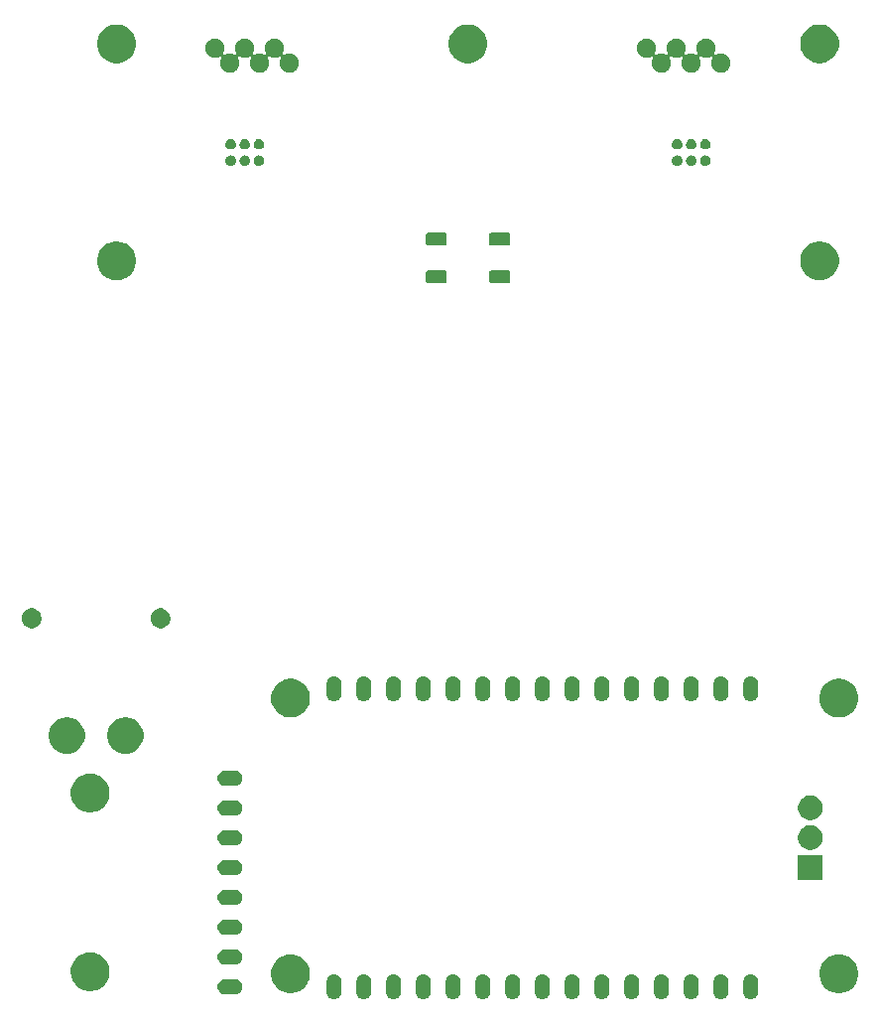
<source format=gbr>
G04 #@! TF.GenerationSoftware,KiCad,Pcbnew,5.1.6*
G04 #@! TF.CreationDate,2020-08-26T23:46:25+02:00*
G04 #@! TF.ProjectId,line_follower,6c696e65-5f66-46f6-9c6c-6f7765722e6b,rev?*
G04 #@! TF.SameCoordinates,Original*
G04 #@! TF.FileFunction,Soldermask,Top*
G04 #@! TF.FilePolarity,Negative*
%FSLAX46Y46*%
G04 Gerber Fmt 4.6, Leading zero omitted, Abs format (unit mm)*
G04 Created by KiCad (PCBNEW 5.1.6) date 2020-08-26 23:46:25*
%MOMM*%
%LPD*%
G01*
G04 APERTURE LIST*
%ADD10C,0.100000*%
G04 APERTURE END LIST*
D10*
G36*
X3937617Y-70078420D02*
G01*
X4028403Y-70105960D01*
X4060335Y-70115646D01*
X4173424Y-70176094D01*
X4272554Y-70257447D01*
X4353906Y-70356575D01*
X4414354Y-70469664D01*
X4417010Y-70478420D01*
X4451580Y-70592382D01*
X4461000Y-70688027D01*
X4461000Y-71551973D01*
X4451580Y-71647618D01*
X4446639Y-71663905D01*
X4414354Y-71770336D01*
X4353906Y-71883425D01*
X4272554Y-71982554D01*
X4173425Y-72063906D01*
X4060336Y-72124354D01*
X4028404Y-72134040D01*
X3937618Y-72161580D01*
X3810000Y-72174149D01*
X3682383Y-72161580D01*
X3591597Y-72134040D01*
X3559665Y-72124354D01*
X3446576Y-72063906D01*
X3347447Y-71982554D01*
X3266095Y-71883425D01*
X3205647Y-71770336D01*
X3191699Y-71724355D01*
X3168420Y-71647618D01*
X3159000Y-71551973D01*
X3159000Y-70688028D01*
X3168420Y-70592383D01*
X3205645Y-70469669D01*
X3205646Y-70469665D01*
X3266094Y-70356576D01*
X3347447Y-70257446D01*
X3446575Y-70176094D01*
X3559664Y-70115646D01*
X3591596Y-70105960D01*
X3682382Y-70078420D01*
X3810000Y-70065851D01*
X3937617Y-70078420D01*
G37*
G36*
X11557617Y-70078420D02*
G01*
X11648403Y-70105960D01*
X11680335Y-70115646D01*
X11793424Y-70176094D01*
X11892554Y-70257447D01*
X11973906Y-70356575D01*
X12034354Y-70469664D01*
X12037010Y-70478420D01*
X12071580Y-70592382D01*
X12081000Y-70688027D01*
X12081000Y-71551973D01*
X12071580Y-71647618D01*
X12066639Y-71663905D01*
X12034354Y-71770336D01*
X11973906Y-71883425D01*
X11892554Y-71982554D01*
X11793425Y-72063906D01*
X11680336Y-72124354D01*
X11648404Y-72134040D01*
X11557618Y-72161580D01*
X11430000Y-72174149D01*
X11302383Y-72161580D01*
X11211597Y-72134040D01*
X11179665Y-72124354D01*
X11066576Y-72063906D01*
X10967447Y-71982554D01*
X10886095Y-71883425D01*
X10825647Y-71770336D01*
X10811699Y-71724355D01*
X10788420Y-71647618D01*
X10779000Y-71551973D01*
X10779000Y-70688028D01*
X10788420Y-70592383D01*
X10825645Y-70469669D01*
X10825646Y-70469665D01*
X10886094Y-70356576D01*
X10967447Y-70257446D01*
X11066575Y-70176094D01*
X11179664Y-70115646D01*
X11211596Y-70105960D01*
X11302382Y-70078420D01*
X11430000Y-70065851D01*
X11557617Y-70078420D01*
G37*
G36*
X-6222383Y-70078420D02*
G01*
X-6131597Y-70105960D01*
X-6099665Y-70115646D01*
X-5986576Y-70176094D01*
X-5887446Y-70257447D01*
X-5806094Y-70356575D01*
X-5745646Y-70469664D01*
X-5742990Y-70478420D01*
X-5708420Y-70592382D01*
X-5699000Y-70688027D01*
X-5699000Y-71551973D01*
X-5708420Y-71647618D01*
X-5713361Y-71663905D01*
X-5745646Y-71770336D01*
X-5806094Y-71883425D01*
X-5887446Y-71982554D01*
X-5986575Y-72063906D01*
X-6099664Y-72124354D01*
X-6131596Y-72134040D01*
X-6222382Y-72161580D01*
X-6350000Y-72174149D01*
X-6477617Y-72161580D01*
X-6568403Y-72134040D01*
X-6600335Y-72124354D01*
X-6713424Y-72063906D01*
X-6812553Y-71982554D01*
X-6893905Y-71883425D01*
X-6954353Y-71770336D01*
X-6968301Y-71724355D01*
X-6991580Y-71647618D01*
X-7001000Y-71551973D01*
X-7001000Y-70688028D01*
X-6991580Y-70592383D01*
X-6954355Y-70469669D01*
X-6954354Y-70469665D01*
X-6893906Y-70356576D01*
X-6812553Y-70257446D01*
X-6713425Y-70176094D01*
X-6600336Y-70115646D01*
X-6568404Y-70105960D01*
X-6477618Y-70078420D01*
X-6350000Y-70065851D01*
X-6222383Y-70078420D01*
G37*
G36*
X-3682383Y-70078420D02*
G01*
X-3591597Y-70105960D01*
X-3559665Y-70115646D01*
X-3446576Y-70176094D01*
X-3347446Y-70257447D01*
X-3266094Y-70356575D01*
X-3205646Y-70469664D01*
X-3202990Y-70478420D01*
X-3168420Y-70592382D01*
X-3159000Y-70688027D01*
X-3159000Y-71551973D01*
X-3168420Y-71647618D01*
X-3173361Y-71663905D01*
X-3205646Y-71770336D01*
X-3266094Y-71883425D01*
X-3347446Y-71982554D01*
X-3446575Y-72063906D01*
X-3559664Y-72124354D01*
X-3591596Y-72134040D01*
X-3682382Y-72161580D01*
X-3810000Y-72174149D01*
X-3937617Y-72161580D01*
X-4028403Y-72134040D01*
X-4060335Y-72124354D01*
X-4173424Y-72063906D01*
X-4272553Y-71982554D01*
X-4353905Y-71883425D01*
X-4414353Y-71770336D01*
X-4428301Y-71724355D01*
X-4451580Y-71647618D01*
X-4461000Y-71551973D01*
X-4461000Y-70688028D01*
X-4451580Y-70592383D01*
X-4414355Y-70469669D01*
X-4414354Y-70469665D01*
X-4353906Y-70356576D01*
X-4272553Y-70257446D01*
X-4173425Y-70176094D01*
X-4060336Y-70115646D01*
X-4028404Y-70105960D01*
X-3937618Y-70078420D01*
X-3810000Y-70065851D01*
X-3682383Y-70078420D01*
G37*
G36*
X-1142383Y-70078420D02*
G01*
X-1051597Y-70105960D01*
X-1019665Y-70115646D01*
X-906576Y-70176094D01*
X-807446Y-70257447D01*
X-726094Y-70356575D01*
X-665646Y-70469664D01*
X-662990Y-70478420D01*
X-628420Y-70592382D01*
X-619000Y-70688027D01*
X-619000Y-71551973D01*
X-628420Y-71647618D01*
X-633361Y-71663905D01*
X-665646Y-71770336D01*
X-726094Y-71883425D01*
X-807446Y-71982554D01*
X-906575Y-72063906D01*
X-1019664Y-72124354D01*
X-1051596Y-72134040D01*
X-1142382Y-72161580D01*
X-1270000Y-72174149D01*
X-1397617Y-72161580D01*
X-1488403Y-72134040D01*
X-1520335Y-72124354D01*
X-1633424Y-72063906D01*
X-1732553Y-71982554D01*
X-1813905Y-71883425D01*
X-1874353Y-71770336D01*
X-1888301Y-71724355D01*
X-1911580Y-71647618D01*
X-1921000Y-71551973D01*
X-1921000Y-70688028D01*
X-1911580Y-70592383D01*
X-1874355Y-70469669D01*
X-1874354Y-70469665D01*
X-1813906Y-70356576D01*
X-1732553Y-70257446D01*
X-1633425Y-70176094D01*
X-1520336Y-70115646D01*
X-1488404Y-70105960D01*
X-1397618Y-70078420D01*
X-1270000Y-70065851D01*
X-1142383Y-70078420D01*
G37*
G36*
X1397617Y-70078420D02*
G01*
X1488403Y-70105960D01*
X1520335Y-70115646D01*
X1633424Y-70176094D01*
X1732554Y-70257447D01*
X1813906Y-70356575D01*
X1874354Y-70469664D01*
X1877010Y-70478420D01*
X1911580Y-70592382D01*
X1921000Y-70688027D01*
X1921000Y-71551973D01*
X1911580Y-71647618D01*
X1906639Y-71663905D01*
X1874354Y-71770336D01*
X1813906Y-71883425D01*
X1732554Y-71982554D01*
X1633425Y-72063906D01*
X1520336Y-72124354D01*
X1488404Y-72134040D01*
X1397618Y-72161580D01*
X1270000Y-72174149D01*
X1142383Y-72161580D01*
X1051597Y-72134040D01*
X1019665Y-72124354D01*
X906576Y-72063906D01*
X807447Y-71982554D01*
X726095Y-71883425D01*
X665647Y-71770336D01*
X651699Y-71724355D01*
X628420Y-71647618D01*
X619000Y-71551973D01*
X619000Y-70688028D01*
X628420Y-70592383D01*
X665645Y-70469669D01*
X665646Y-70469665D01*
X726094Y-70356576D01*
X807447Y-70257446D01*
X906575Y-70176094D01*
X1019664Y-70115646D01*
X1051596Y-70105960D01*
X1142382Y-70078420D01*
X1270000Y-70065851D01*
X1397617Y-70078420D01*
G37*
G36*
X6477617Y-70078420D02*
G01*
X6568403Y-70105960D01*
X6600335Y-70115646D01*
X6713424Y-70176094D01*
X6812554Y-70257447D01*
X6893906Y-70356575D01*
X6954354Y-70469664D01*
X6957010Y-70478420D01*
X6991580Y-70592382D01*
X7001000Y-70688027D01*
X7001000Y-71551973D01*
X6991580Y-71647618D01*
X6986639Y-71663905D01*
X6954354Y-71770336D01*
X6893906Y-71883425D01*
X6812554Y-71982554D01*
X6713425Y-72063906D01*
X6600336Y-72124354D01*
X6568404Y-72134040D01*
X6477618Y-72161580D01*
X6350000Y-72174149D01*
X6222383Y-72161580D01*
X6131597Y-72134040D01*
X6099665Y-72124354D01*
X5986576Y-72063906D01*
X5887447Y-71982554D01*
X5806095Y-71883425D01*
X5745647Y-71770336D01*
X5731699Y-71724355D01*
X5708420Y-71647618D01*
X5699000Y-71551973D01*
X5699000Y-70688028D01*
X5708420Y-70592383D01*
X5745645Y-70469669D01*
X5745646Y-70469665D01*
X5806094Y-70356576D01*
X5887447Y-70257446D01*
X5986575Y-70176094D01*
X6099664Y-70115646D01*
X6131596Y-70105960D01*
X6222382Y-70078420D01*
X6350000Y-70065851D01*
X6477617Y-70078420D01*
G37*
G36*
X9017617Y-70078420D02*
G01*
X9108403Y-70105960D01*
X9140335Y-70115646D01*
X9253424Y-70176094D01*
X9352554Y-70257447D01*
X9433906Y-70356575D01*
X9494354Y-70469664D01*
X9497010Y-70478420D01*
X9531580Y-70592382D01*
X9541000Y-70688027D01*
X9541000Y-71551973D01*
X9531580Y-71647618D01*
X9526639Y-71663905D01*
X9494354Y-71770336D01*
X9433906Y-71883425D01*
X9352554Y-71982554D01*
X9253425Y-72063906D01*
X9140336Y-72124354D01*
X9108404Y-72134040D01*
X9017618Y-72161580D01*
X8890000Y-72174149D01*
X8762383Y-72161580D01*
X8671597Y-72134040D01*
X8639665Y-72124354D01*
X8526576Y-72063906D01*
X8427447Y-71982554D01*
X8346095Y-71883425D01*
X8285647Y-71770336D01*
X8271699Y-71724355D01*
X8248420Y-71647618D01*
X8239000Y-71551973D01*
X8239000Y-70688028D01*
X8248420Y-70592383D01*
X8285645Y-70469669D01*
X8285646Y-70469665D01*
X8346094Y-70356576D01*
X8427447Y-70257446D01*
X8526575Y-70176094D01*
X8639664Y-70115646D01*
X8671596Y-70105960D01*
X8762382Y-70078420D01*
X8890000Y-70065851D01*
X9017617Y-70078420D01*
G37*
G36*
X14097617Y-70078420D02*
G01*
X14188403Y-70105960D01*
X14220335Y-70115646D01*
X14333424Y-70176094D01*
X14432554Y-70257447D01*
X14513906Y-70356575D01*
X14574354Y-70469664D01*
X14577010Y-70478420D01*
X14611580Y-70592382D01*
X14621000Y-70688027D01*
X14621000Y-71551973D01*
X14611580Y-71647618D01*
X14606639Y-71663905D01*
X14574354Y-71770336D01*
X14513906Y-71883425D01*
X14432554Y-71982554D01*
X14333425Y-72063906D01*
X14220336Y-72124354D01*
X14188404Y-72134040D01*
X14097618Y-72161580D01*
X13970000Y-72174149D01*
X13842383Y-72161580D01*
X13751597Y-72134040D01*
X13719665Y-72124354D01*
X13606576Y-72063906D01*
X13507447Y-71982554D01*
X13426095Y-71883425D01*
X13365647Y-71770336D01*
X13351699Y-71724355D01*
X13328420Y-71647618D01*
X13319000Y-71551973D01*
X13319000Y-70688028D01*
X13328420Y-70592383D01*
X13365645Y-70469669D01*
X13365646Y-70469665D01*
X13426094Y-70356576D01*
X13507447Y-70257446D01*
X13606575Y-70176094D01*
X13719664Y-70115646D01*
X13751596Y-70105960D01*
X13842382Y-70078420D01*
X13970000Y-70065851D01*
X14097617Y-70078420D01*
G37*
G36*
X16637617Y-70078420D02*
G01*
X16728403Y-70105960D01*
X16760335Y-70115646D01*
X16873424Y-70176094D01*
X16972554Y-70257447D01*
X17053906Y-70356575D01*
X17114354Y-70469664D01*
X17117010Y-70478420D01*
X17151580Y-70592382D01*
X17161000Y-70688027D01*
X17161000Y-71551973D01*
X17151580Y-71647618D01*
X17146639Y-71663905D01*
X17114354Y-71770336D01*
X17053906Y-71883425D01*
X16972554Y-71982554D01*
X16873425Y-72063906D01*
X16760336Y-72124354D01*
X16728404Y-72134040D01*
X16637618Y-72161580D01*
X16510000Y-72174149D01*
X16382383Y-72161580D01*
X16291597Y-72134040D01*
X16259665Y-72124354D01*
X16146576Y-72063906D01*
X16047447Y-71982554D01*
X15966095Y-71883425D01*
X15905647Y-71770336D01*
X15891699Y-71724355D01*
X15868420Y-71647618D01*
X15859000Y-71551973D01*
X15859000Y-70688028D01*
X15868420Y-70592383D01*
X15905645Y-70469669D01*
X15905646Y-70469665D01*
X15966094Y-70356576D01*
X16047447Y-70257446D01*
X16146575Y-70176094D01*
X16259664Y-70115646D01*
X16291596Y-70105960D01*
X16382382Y-70078420D01*
X16510000Y-70065851D01*
X16637617Y-70078420D01*
G37*
G36*
X19177617Y-70078420D02*
G01*
X19268403Y-70105960D01*
X19300335Y-70115646D01*
X19413424Y-70176094D01*
X19512554Y-70257447D01*
X19593906Y-70356575D01*
X19654354Y-70469664D01*
X19657010Y-70478420D01*
X19691580Y-70592382D01*
X19701000Y-70688027D01*
X19701000Y-71551973D01*
X19691580Y-71647618D01*
X19686639Y-71663905D01*
X19654354Y-71770336D01*
X19593906Y-71883425D01*
X19512554Y-71982554D01*
X19413425Y-72063906D01*
X19300336Y-72124354D01*
X19268404Y-72134040D01*
X19177618Y-72161580D01*
X19050000Y-72174149D01*
X18922383Y-72161580D01*
X18831597Y-72134040D01*
X18799665Y-72124354D01*
X18686576Y-72063906D01*
X18587447Y-71982554D01*
X18506095Y-71883425D01*
X18445647Y-71770336D01*
X18431699Y-71724355D01*
X18408420Y-71647618D01*
X18399000Y-71551973D01*
X18399000Y-70688028D01*
X18408420Y-70592383D01*
X18445645Y-70469669D01*
X18445646Y-70469665D01*
X18506094Y-70356576D01*
X18587447Y-70257446D01*
X18686575Y-70176094D01*
X18799664Y-70115646D01*
X18831596Y-70105960D01*
X18922382Y-70078420D01*
X19050000Y-70065851D01*
X19177617Y-70078420D01*
G37*
G36*
X21717617Y-70078420D02*
G01*
X21808403Y-70105960D01*
X21840335Y-70115646D01*
X21953424Y-70176094D01*
X22052554Y-70257447D01*
X22133906Y-70356575D01*
X22194354Y-70469664D01*
X22197010Y-70478420D01*
X22231580Y-70592382D01*
X22241000Y-70688027D01*
X22241000Y-71551973D01*
X22231580Y-71647618D01*
X22226639Y-71663905D01*
X22194354Y-71770336D01*
X22133906Y-71883425D01*
X22052554Y-71982554D01*
X21953425Y-72063906D01*
X21840336Y-72124354D01*
X21808404Y-72134040D01*
X21717618Y-72161580D01*
X21590000Y-72174149D01*
X21462383Y-72161580D01*
X21371597Y-72134040D01*
X21339665Y-72124354D01*
X21226576Y-72063906D01*
X21127447Y-71982554D01*
X21046095Y-71883425D01*
X20985647Y-71770336D01*
X20971699Y-71724355D01*
X20948420Y-71647618D01*
X20939000Y-71551973D01*
X20939000Y-70688028D01*
X20948420Y-70592383D01*
X20985645Y-70469669D01*
X20985646Y-70469665D01*
X21046094Y-70356576D01*
X21127447Y-70257446D01*
X21226575Y-70176094D01*
X21339664Y-70115646D01*
X21371596Y-70105960D01*
X21462382Y-70078420D01*
X21590000Y-70065851D01*
X21717617Y-70078420D01*
G37*
G36*
X24257617Y-70078420D02*
G01*
X24348403Y-70105960D01*
X24380335Y-70115646D01*
X24493424Y-70176094D01*
X24592554Y-70257447D01*
X24673906Y-70356575D01*
X24734354Y-70469664D01*
X24737010Y-70478420D01*
X24771580Y-70592382D01*
X24781000Y-70688027D01*
X24781000Y-71551973D01*
X24771580Y-71647618D01*
X24766639Y-71663905D01*
X24734354Y-71770336D01*
X24673906Y-71883425D01*
X24592554Y-71982554D01*
X24493425Y-72063906D01*
X24380336Y-72124354D01*
X24348404Y-72134040D01*
X24257618Y-72161580D01*
X24130000Y-72174149D01*
X24002383Y-72161580D01*
X23911597Y-72134040D01*
X23879665Y-72124354D01*
X23766576Y-72063906D01*
X23667447Y-71982554D01*
X23586095Y-71883425D01*
X23525647Y-71770336D01*
X23511699Y-71724355D01*
X23488420Y-71647618D01*
X23479000Y-71551973D01*
X23479000Y-70688028D01*
X23488420Y-70592383D01*
X23525645Y-70469669D01*
X23525646Y-70469665D01*
X23586094Y-70356576D01*
X23667447Y-70257446D01*
X23766575Y-70176094D01*
X23879664Y-70115646D01*
X23911596Y-70105960D01*
X24002382Y-70078420D01*
X24130000Y-70065851D01*
X24257617Y-70078420D01*
G37*
G36*
X-8762383Y-70078420D02*
G01*
X-8671597Y-70105960D01*
X-8639665Y-70115646D01*
X-8526576Y-70176094D01*
X-8427446Y-70257447D01*
X-8346094Y-70356575D01*
X-8285646Y-70469664D01*
X-8282990Y-70478420D01*
X-8248420Y-70592382D01*
X-8239000Y-70688027D01*
X-8239000Y-71551973D01*
X-8248420Y-71647618D01*
X-8253361Y-71663905D01*
X-8285646Y-71770336D01*
X-8346094Y-71883425D01*
X-8427446Y-71982554D01*
X-8526575Y-72063906D01*
X-8639664Y-72124354D01*
X-8671596Y-72134040D01*
X-8762382Y-72161580D01*
X-8890000Y-72174149D01*
X-9017617Y-72161580D01*
X-9108403Y-72134040D01*
X-9140335Y-72124354D01*
X-9253424Y-72063906D01*
X-9352553Y-71982554D01*
X-9433905Y-71883425D01*
X-9494353Y-71770336D01*
X-9508301Y-71724355D01*
X-9531580Y-71647618D01*
X-9541000Y-71551973D01*
X-9541000Y-70688028D01*
X-9531580Y-70592383D01*
X-9494355Y-70469669D01*
X-9494354Y-70469665D01*
X-9433906Y-70356576D01*
X-9352553Y-70257446D01*
X-9253425Y-70176094D01*
X-9140336Y-70115646D01*
X-9108404Y-70105960D01*
X-9017618Y-70078420D01*
X-8890000Y-70065851D01*
X-8762383Y-70078420D01*
G37*
G36*
X-11302383Y-70078420D02*
G01*
X-11211597Y-70105960D01*
X-11179665Y-70115646D01*
X-11066576Y-70176094D01*
X-10967446Y-70257447D01*
X-10886094Y-70356575D01*
X-10825646Y-70469664D01*
X-10822990Y-70478420D01*
X-10788420Y-70592382D01*
X-10779000Y-70688027D01*
X-10779000Y-71551973D01*
X-10788420Y-71647618D01*
X-10793361Y-71663905D01*
X-10825646Y-71770336D01*
X-10886094Y-71883425D01*
X-10967446Y-71982554D01*
X-11066575Y-72063906D01*
X-11179664Y-72124354D01*
X-11211596Y-72134040D01*
X-11302382Y-72161580D01*
X-11430000Y-72174149D01*
X-11557617Y-72161580D01*
X-11648403Y-72134040D01*
X-11680335Y-72124354D01*
X-11793424Y-72063906D01*
X-11892553Y-71982554D01*
X-11973905Y-71883425D01*
X-12034353Y-71770336D01*
X-12048301Y-71724355D01*
X-12071580Y-71647618D01*
X-12081000Y-71551973D01*
X-12081000Y-70688028D01*
X-12071580Y-70592383D01*
X-12034355Y-70469669D01*
X-12034354Y-70469665D01*
X-11973906Y-70356576D01*
X-11892553Y-70257446D01*
X-11793425Y-70176094D01*
X-11680336Y-70115646D01*
X-11648404Y-70105960D01*
X-11557618Y-70078420D01*
X-11430000Y-70065851D01*
X-11302383Y-70078420D01*
G37*
G36*
X-19881234Y-70469669D02*
G01*
X-19792382Y-70478420D01*
X-19701596Y-70505960D01*
X-19669664Y-70515646D01*
X-19556575Y-70576094D01*
X-19457446Y-70657446D01*
X-19376094Y-70756575D01*
X-19315646Y-70869664D01*
X-19315645Y-70869668D01*
X-19278420Y-70992382D01*
X-19265851Y-71120000D01*
X-19278420Y-71247618D01*
X-19295043Y-71302415D01*
X-19315646Y-71370336D01*
X-19376094Y-71483425D01*
X-19457446Y-71582554D01*
X-19556575Y-71663906D01*
X-19669664Y-71724354D01*
X-19701596Y-71734040D01*
X-19792382Y-71761580D01*
X-19856145Y-71767860D01*
X-19888026Y-71771000D01*
X-20751974Y-71771000D01*
X-20783855Y-71767860D01*
X-20847618Y-71761580D01*
X-20938404Y-71734040D01*
X-20970336Y-71724354D01*
X-21083425Y-71663906D01*
X-21182554Y-71582554D01*
X-21263906Y-71483425D01*
X-21324354Y-71370336D01*
X-21344957Y-71302415D01*
X-21361580Y-71247618D01*
X-21374149Y-71120000D01*
X-21361580Y-70992382D01*
X-21324355Y-70869668D01*
X-21324354Y-70869664D01*
X-21263906Y-70756575D01*
X-21182554Y-70657446D01*
X-21083425Y-70576094D01*
X-20970336Y-70515646D01*
X-20938404Y-70505960D01*
X-20847618Y-70478420D01*
X-20758766Y-70469669D01*
X-20751974Y-70469000D01*
X-19888026Y-70469000D01*
X-19881234Y-70469669D01*
G37*
G36*
X32025256Y-68411298D02*
G01*
X32131579Y-68432447D01*
X32432042Y-68556903D01*
X32702451Y-68737585D01*
X32932415Y-68967549D01*
X33113097Y-69237958D01*
X33237553Y-69538421D01*
X33301000Y-69857391D01*
X33301000Y-70182609D01*
X33237553Y-70501579D01*
X33199940Y-70592384D01*
X33131931Y-70756574D01*
X33113097Y-70802042D01*
X32932415Y-71072451D01*
X32702451Y-71302415D01*
X32432042Y-71483097D01*
X32432041Y-71483098D01*
X32432040Y-71483098D01*
X32344037Y-71519550D01*
X32131579Y-71607553D01*
X32025256Y-71628702D01*
X31812611Y-71671000D01*
X31487389Y-71671000D01*
X31274744Y-71628702D01*
X31168421Y-71607553D01*
X30955963Y-71519550D01*
X30867960Y-71483098D01*
X30867959Y-71483098D01*
X30867958Y-71483097D01*
X30597549Y-71302415D01*
X30367585Y-71072451D01*
X30186903Y-70802042D01*
X30168070Y-70756574D01*
X30100060Y-70592384D01*
X30062447Y-70501579D01*
X29999000Y-70182609D01*
X29999000Y-69857391D01*
X30062447Y-69538421D01*
X30186903Y-69237958D01*
X30367585Y-68967549D01*
X30597549Y-68737585D01*
X30867958Y-68556903D01*
X31168421Y-68432447D01*
X31274744Y-68411298D01*
X31487389Y-68369000D01*
X31812611Y-68369000D01*
X32025256Y-68411298D01*
G37*
G36*
X-14774744Y-68411298D02*
G01*
X-14668421Y-68432447D01*
X-14367958Y-68556903D01*
X-14097549Y-68737585D01*
X-13867585Y-68967549D01*
X-13686903Y-69237958D01*
X-13562447Y-69538421D01*
X-13499000Y-69857391D01*
X-13499000Y-70182609D01*
X-13562447Y-70501579D01*
X-13600060Y-70592384D01*
X-13668069Y-70756574D01*
X-13686903Y-70802042D01*
X-13867585Y-71072451D01*
X-14097549Y-71302415D01*
X-14367958Y-71483097D01*
X-14367959Y-71483098D01*
X-14367960Y-71483098D01*
X-14455963Y-71519550D01*
X-14668421Y-71607553D01*
X-14774744Y-71628702D01*
X-14987389Y-71671000D01*
X-15312611Y-71671000D01*
X-15525256Y-71628702D01*
X-15631579Y-71607553D01*
X-15844037Y-71519550D01*
X-15932040Y-71483098D01*
X-15932041Y-71483098D01*
X-15932042Y-71483097D01*
X-16202451Y-71302415D01*
X-16432415Y-71072451D01*
X-16613097Y-70802042D01*
X-16631930Y-70756574D01*
X-16699940Y-70592384D01*
X-16737553Y-70501579D01*
X-16801000Y-70182609D01*
X-16801000Y-69857391D01*
X-16737553Y-69538421D01*
X-16613097Y-69237958D01*
X-16432415Y-68967549D01*
X-16202451Y-68737585D01*
X-15932042Y-68556903D01*
X-15631579Y-68432447D01*
X-15525256Y-68411298D01*
X-15312611Y-68369000D01*
X-14987389Y-68369000D01*
X-14774744Y-68411298D01*
G37*
G36*
X-31874744Y-68241298D02*
G01*
X-31768421Y-68262447D01*
X-31555963Y-68350450D01*
X-31511179Y-68369000D01*
X-31467958Y-68386903D01*
X-31197549Y-68567585D01*
X-30967585Y-68797549D01*
X-30786903Y-69067958D01*
X-30786902Y-69067960D01*
X-30662447Y-69368422D01*
X-30599000Y-69687389D01*
X-30599000Y-70012611D01*
X-30619495Y-70115645D01*
X-30662447Y-70331579D01*
X-30719646Y-70469669D01*
X-30770476Y-70592385D01*
X-30786903Y-70632042D01*
X-30967585Y-70902451D01*
X-31197549Y-71132415D01*
X-31467958Y-71313097D01*
X-31768421Y-71437553D01*
X-31874744Y-71458702D01*
X-32087389Y-71501000D01*
X-32412611Y-71501000D01*
X-32625256Y-71458702D01*
X-32731579Y-71437553D01*
X-33032042Y-71313097D01*
X-33302451Y-71132415D01*
X-33532415Y-70902451D01*
X-33713097Y-70632042D01*
X-33729523Y-70592385D01*
X-33780354Y-70469669D01*
X-33837553Y-70331579D01*
X-33880505Y-70115645D01*
X-33901000Y-70012611D01*
X-33901000Y-69687389D01*
X-33837553Y-69368422D01*
X-33713098Y-69067960D01*
X-33713097Y-69067958D01*
X-33532415Y-68797549D01*
X-33302451Y-68567585D01*
X-33032042Y-68386903D01*
X-32988820Y-68369000D01*
X-32944037Y-68350450D01*
X-32731579Y-68262447D01*
X-32625256Y-68241298D01*
X-32412611Y-68199000D01*
X-32087389Y-68199000D01*
X-31874744Y-68241298D01*
G37*
G36*
X-19856145Y-67932140D02*
G01*
X-19792382Y-67938420D01*
X-19701596Y-67965960D01*
X-19669664Y-67975646D01*
X-19556575Y-68036094D01*
X-19457446Y-68117446D01*
X-19376094Y-68216575D01*
X-19315646Y-68329664D01*
X-19315645Y-68329668D01*
X-19278420Y-68452382D01*
X-19265851Y-68580000D01*
X-19278420Y-68707618D01*
X-19305700Y-68797549D01*
X-19315646Y-68830336D01*
X-19376094Y-68943425D01*
X-19457446Y-69042554D01*
X-19556575Y-69123906D01*
X-19669664Y-69184354D01*
X-19701596Y-69194040D01*
X-19792382Y-69221580D01*
X-19856145Y-69227860D01*
X-19888026Y-69231000D01*
X-20751974Y-69231000D01*
X-20783855Y-69227860D01*
X-20847618Y-69221580D01*
X-20938404Y-69194040D01*
X-20970336Y-69184354D01*
X-21083425Y-69123906D01*
X-21182554Y-69042554D01*
X-21263906Y-68943425D01*
X-21324354Y-68830336D01*
X-21334300Y-68797549D01*
X-21361580Y-68707618D01*
X-21374149Y-68580000D01*
X-21361580Y-68452382D01*
X-21324355Y-68329668D01*
X-21324354Y-68329664D01*
X-21263906Y-68216575D01*
X-21182554Y-68117446D01*
X-21083425Y-68036094D01*
X-20970336Y-67975646D01*
X-20938404Y-67965960D01*
X-20847618Y-67938420D01*
X-20783855Y-67932140D01*
X-20751974Y-67929000D01*
X-19888026Y-67929000D01*
X-19856145Y-67932140D01*
G37*
G36*
X-19856145Y-65392140D02*
G01*
X-19792382Y-65398420D01*
X-19701596Y-65425960D01*
X-19669664Y-65435646D01*
X-19556575Y-65496094D01*
X-19457446Y-65577446D01*
X-19376094Y-65676575D01*
X-19315646Y-65789664D01*
X-19315645Y-65789668D01*
X-19278420Y-65912382D01*
X-19265851Y-66040000D01*
X-19278420Y-66167618D01*
X-19305960Y-66258404D01*
X-19315646Y-66290336D01*
X-19376094Y-66403425D01*
X-19457446Y-66502554D01*
X-19556575Y-66583906D01*
X-19669664Y-66644354D01*
X-19701596Y-66654040D01*
X-19792382Y-66681580D01*
X-19856145Y-66687860D01*
X-19888026Y-66691000D01*
X-20751974Y-66691000D01*
X-20783855Y-66687860D01*
X-20847618Y-66681580D01*
X-20938404Y-66654040D01*
X-20970336Y-66644354D01*
X-21083425Y-66583906D01*
X-21182554Y-66502554D01*
X-21263906Y-66403425D01*
X-21324354Y-66290336D01*
X-21334040Y-66258404D01*
X-21361580Y-66167618D01*
X-21374149Y-66040000D01*
X-21361580Y-65912382D01*
X-21324355Y-65789668D01*
X-21324354Y-65789664D01*
X-21263906Y-65676575D01*
X-21182554Y-65577446D01*
X-21083425Y-65496094D01*
X-20970336Y-65435646D01*
X-20938404Y-65425960D01*
X-20847618Y-65398420D01*
X-20783855Y-65392140D01*
X-20751974Y-65389000D01*
X-19888026Y-65389000D01*
X-19856145Y-65392140D01*
G37*
G36*
X-19856145Y-62852140D02*
G01*
X-19792382Y-62858420D01*
X-19701596Y-62885960D01*
X-19669664Y-62895646D01*
X-19556575Y-62956094D01*
X-19457446Y-63037446D01*
X-19376094Y-63136575D01*
X-19315646Y-63249664D01*
X-19315645Y-63249668D01*
X-19278420Y-63372382D01*
X-19265851Y-63500000D01*
X-19278420Y-63627618D01*
X-19305960Y-63718404D01*
X-19315646Y-63750336D01*
X-19376094Y-63863425D01*
X-19457446Y-63962554D01*
X-19556575Y-64043906D01*
X-19669664Y-64104354D01*
X-19701596Y-64114040D01*
X-19792382Y-64141580D01*
X-19856145Y-64147860D01*
X-19888026Y-64151000D01*
X-20751974Y-64151000D01*
X-20783855Y-64147860D01*
X-20847618Y-64141580D01*
X-20938404Y-64114040D01*
X-20970336Y-64104354D01*
X-21083425Y-64043906D01*
X-21182554Y-63962554D01*
X-21263906Y-63863425D01*
X-21324354Y-63750336D01*
X-21334040Y-63718404D01*
X-21361580Y-63627618D01*
X-21374149Y-63500000D01*
X-21361580Y-63372382D01*
X-21324355Y-63249668D01*
X-21324354Y-63249664D01*
X-21263906Y-63136575D01*
X-21182554Y-63037446D01*
X-21083425Y-62956094D01*
X-20970336Y-62895646D01*
X-20938404Y-62885960D01*
X-20847618Y-62858420D01*
X-20783855Y-62852140D01*
X-20751974Y-62849000D01*
X-19888026Y-62849000D01*
X-19856145Y-62852140D01*
G37*
G36*
X30261000Y-62011000D02*
G01*
X28159000Y-62011000D01*
X28159000Y-59909000D01*
X30261000Y-59909000D01*
X30261000Y-62011000D01*
G37*
G36*
X-19856145Y-60312140D02*
G01*
X-19792382Y-60318420D01*
X-19701596Y-60345960D01*
X-19669664Y-60355646D01*
X-19556575Y-60416094D01*
X-19457446Y-60497446D01*
X-19376094Y-60596575D01*
X-19315646Y-60709664D01*
X-19315645Y-60709668D01*
X-19278420Y-60832382D01*
X-19265851Y-60960000D01*
X-19278420Y-61087618D01*
X-19305960Y-61178404D01*
X-19315646Y-61210336D01*
X-19376094Y-61323425D01*
X-19457446Y-61422554D01*
X-19556575Y-61503906D01*
X-19669664Y-61564354D01*
X-19701596Y-61574040D01*
X-19792382Y-61601580D01*
X-19856145Y-61607860D01*
X-19888026Y-61611000D01*
X-20751974Y-61611000D01*
X-20783855Y-61607860D01*
X-20847618Y-61601580D01*
X-20938404Y-61574040D01*
X-20970336Y-61564354D01*
X-21083425Y-61503906D01*
X-21182554Y-61422554D01*
X-21263906Y-61323425D01*
X-21324354Y-61210336D01*
X-21334040Y-61178404D01*
X-21361580Y-61087618D01*
X-21374149Y-60960000D01*
X-21361580Y-60832382D01*
X-21324355Y-60709668D01*
X-21324354Y-60709664D01*
X-21263906Y-60596575D01*
X-21182554Y-60497446D01*
X-21083425Y-60416094D01*
X-20970336Y-60355646D01*
X-20938404Y-60345960D01*
X-20847618Y-60318420D01*
X-20783855Y-60312140D01*
X-20751974Y-60309000D01*
X-19888026Y-60309000D01*
X-19856145Y-60312140D01*
G37*
G36*
X29516564Y-57409389D02*
G01*
X29707833Y-57488615D01*
X29707835Y-57488616D01*
X29879973Y-57603635D01*
X30026365Y-57750027D01*
X30070210Y-57815645D01*
X30141385Y-57922167D01*
X30220611Y-58113436D01*
X30261000Y-58316484D01*
X30261000Y-58523516D01*
X30220611Y-58726564D01*
X30197058Y-58783425D01*
X30141384Y-58917835D01*
X30026365Y-59089973D01*
X29879973Y-59236365D01*
X29707835Y-59351384D01*
X29707834Y-59351385D01*
X29707833Y-59351385D01*
X29516564Y-59430611D01*
X29313516Y-59471000D01*
X29106484Y-59471000D01*
X28903436Y-59430611D01*
X28712167Y-59351385D01*
X28712166Y-59351385D01*
X28712165Y-59351384D01*
X28540027Y-59236365D01*
X28393635Y-59089973D01*
X28278616Y-58917835D01*
X28222942Y-58783425D01*
X28199389Y-58726564D01*
X28159000Y-58523516D01*
X28159000Y-58316484D01*
X28199389Y-58113436D01*
X28278615Y-57922167D01*
X28349791Y-57815645D01*
X28393635Y-57750027D01*
X28540027Y-57603635D01*
X28712165Y-57488616D01*
X28712167Y-57488615D01*
X28903436Y-57409389D01*
X29106484Y-57369000D01*
X29313516Y-57369000D01*
X29516564Y-57409389D01*
G37*
G36*
X-19856145Y-57772140D02*
G01*
X-19792382Y-57778420D01*
X-19701596Y-57805960D01*
X-19669664Y-57815646D01*
X-19556575Y-57876094D01*
X-19457446Y-57957446D01*
X-19376094Y-58056575D01*
X-19315646Y-58169664D01*
X-19315645Y-58169668D01*
X-19278420Y-58292382D01*
X-19265851Y-58420000D01*
X-19278420Y-58547618D01*
X-19305960Y-58638404D01*
X-19315646Y-58670336D01*
X-19376094Y-58783425D01*
X-19457446Y-58882554D01*
X-19556575Y-58963906D01*
X-19669664Y-59024354D01*
X-19701596Y-59034040D01*
X-19792382Y-59061580D01*
X-19856145Y-59067860D01*
X-19888026Y-59071000D01*
X-20751974Y-59071000D01*
X-20783855Y-59067860D01*
X-20847618Y-59061580D01*
X-20938404Y-59034040D01*
X-20970336Y-59024354D01*
X-21083425Y-58963906D01*
X-21182554Y-58882554D01*
X-21263906Y-58783425D01*
X-21324354Y-58670336D01*
X-21334040Y-58638404D01*
X-21361580Y-58547618D01*
X-21374149Y-58420000D01*
X-21361580Y-58292382D01*
X-21324355Y-58169668D01*
X-21324354Y-58169664D01*
X-21263906Y-58056575D01*
X-21182554Y-57957446D01*
X-21083425Y-57876094D01*
X-20970336Y-57815646D01*
X-20938404Y-57805960D01*
X-20847618Y-57778420D01*
X-20783855Y-57772140D01*
X-20751974Y-57769000D01*
X-19888026Y-57769000D01*
X-19856145Y-57772140D01*
G37*
G36*
X29516564Y-54869389D02*
G01*
X29707833Y-54948615D01*
X29707835Y-54948616D01*
X29879973Y-55063635D01*
X30026365Y-55210027D01*
X30070210Y-55275645D01*
X30141385Y-55382167D01*
X30220611Y-55573436D01*
X30261000Y-55776484D01*
X30261000Y-55983516D01*
X30220611Y-56186564D01*
X30155998Y-56342553D01*
X30141384Y-56377835D01*
X30026365Y-56549973D01*
X29879973Y-56696365D01*
X29707835Y-56811384D01*
X29707834Y-56811385D01*
X29707833Y-56811385D01*
X29516564Y-56890611D01*
X29313516Y-56931000D01*
X29106484Y-56931000D01*
X28903436Y-56890611D01*
X28712167Y-56811385D01*
X28712166Y-56811385D01*
X28712165Y-56811384D01*
X28540027Y-56696365D01*
X28393635Y-56549973D01*
X28278616Y-56377835D01*
X28264002Y-56342553D01*
X28199389Y-56186564D01*
X28159000Y-55983516D01*
X28159000Y-55776484D01*
X28199389Y-55573436D01*
X28278615Y-55382167D01*
X28349791Y-55275645D01*
X28393635Y-55210027D01*
X28540027Y-55063635D01*
X28712165Y-54948616D01*
X28712167Y-54948615D01*
X28903436Y-54869389D01*
X29106484Y-54829000D01*
X29313516Y-54829000D01*
X29516564Y-54869389D01*
G37*
G36*
X-19856145Y-55232140D02*
G01*
X-19792382Y-55238420D01*
X-19701596Y-55265960D01*
X-19669664Y-55275646D01*
X-19556575Y-55336094D01*
X-19457446Y-55417446D01*
X-19376094Y-55516575D01*
X-19315646Y-55629664D01*
X-19315645Y-55629668D01*
X-19278420Y-55752382D01*
X-19265851Y-55880000D01*
X-19278420Y-56007618D01*
X-19298283Y-56073097D01*
X-19315646Y-56130336D01*
X-19376094Y-56243425D01*
X-19457446Y-56342554D01*
X-19556575Y-56423906D01*
X-19669664Y-56484354D01*
X-19701596Y-56494040D01*
X-19792382Y-56521580D01*
X-19856145Y-56527860D01*
X-19888026Y-56531000D01*
X-20751974Y-56531000D01*
X-20783855Y-56527860D01*
X-20847618Y-56521580D01*
X-20938404Y-56494040D01*
X-20970336Y-56484354D01*
X-21083425Y-56423906D01*
X-21182554Y-56342554D01*
X-21263906Y-56243425D01*
X-21324354Y-56130336D01*
X-21341717Y-56073097D01*
X-21361580Y-56007618D01*
X-21374149Y-55880000D01*
X-21361580Y-55752382D01*
X-21324355Y-55629668D01*
X-21324354Y-55629664D01*
X-21263906Y-55516575D01*
X-21182554Y-55417446D01*
X-21083425Y-55336094D01*
X-20970336Y-55275646D01*
X-20938404Y-55265960D01*
X-20847618Y-55238420D01*
X-20783855Y-55232140D01*
X-20751974Y-55229000D01*
X-19888026Y-55229000D01*
X-19856145Y-55232140D01*
G37*
G36*
X-31874744Y-53001298D02*
G01*
X-31768421Y-53022447D01*
X-31467958Y-53146903D01*
X-31197549Y-53327585D01*
X-30967585Y-53557549D01*
X-30786903Y-53827958D01*
X-30786902Y-53827960D01*
X-30662447Y-54128422D01*
X-30599000Y-54447389D01*
X-30599000Y-54772611D01*
X-30662447Y-55091578D01*
X-30782812Y-55382167D01*
X-30786903Y-55392042D01*
X-30967585Y-55662451D01*
X-31197549Y-55892415D01*
X-31467958Y-56073097D01*
X-31768421Y-56197553D01*
X-31874744Y-56218702D01*
X-32087389Y-56261000D01*
X-32412611Y-56261000D01*
X-32625256Y-56218702D01*
X-32731579Y-56197553D01*
X-33032042Y-56073097D01*
X-33302451Y-55892415D01*
X-33532415Y-55662451D01*
X-33713097Y-55392042D01*
X-33717187Y-55382167D01*
X-33837553Y-55091578D01*
X-33901000Y-54772611D01*
X-33901000Y-54447389D01*
X-33837553Y-54128422D01*
X-33713098Y-53827960D01*
X-33713097Y-53827958D01*
X-33532415Y-53557549D01*
X-33302451Y-53327585D01*
X-33032042Y-53146903D01*
X-32731579Y-53022447D01*
X-32625256Y-53001298D01*
X-32412611Y-52959000D01*
X-32087389Y-52959000D01*
X-31874744Y-53001298D01*
G37*
G36*
X-19856145Y-52692140D02*
G01*
X-19792382Y-52698420D01*
X-19701596Y-52725960D01*
X-19669664Y-52735646D01*
X-19556575Y-52796094D01*
X-19457446Y-52877446D01*
X-19376094Y-52976575D01*
X-19315646Y-53089664D01*
X-19315645Y-53089668D01*
X-19278420Y-53212382D01*
X-19265851Y-53340000D01*
X-19278420Y-53467618D01*
X-19305700Y-53557549D01*
X-19315646Y-53590336D01*
X-19376094Y-53703425D01*
X-19457446Y-53802554D01*
X-19556575Y-53883906D01*
X-19669664Y-53944354D01*
X-19701596Y-53954040D01*
X-19792382Y-53981580D01*
X-19856145Y-53987860D01*
X-19888026Y-53991000D01*
X-20751974Y-53991000D01*
X-20783855Y-53987860D01*
X-20847618Y-53981580D01*
X-20938404Y-53954040D01*
X-20970336Y-53944354D01*
X-21083425Y-53883906D01*
X-21182554Y-53802554D01*
X-21263906Y-53703425D01*
X-21324354Y-53590336D01*
X-21334300Y-53557549D01*
X-21361580Y-53467618D01*
X-21374149Y-53340000D01*
X-21361580Y-53212382D01*
X-21324355Y-53089668D01*
X-21324354Y-53089664D01*
X-21263906Y-52976575D01*
X-21182554Y-52877446D01*
X-21083425Y-52796094D01*
X-20970336Y-52735646D01*
X-20938404Y-52725960D01*
X-20847618Y-52698420D01*
X-20783855Y-52692140D01*
X-20751974Y-52689000D01*
X-19888026Y-52689000D01*
X-19856145Y-52692140D01*
G37*
G36*
X-28947415Y-48198802D02*
G01*
X-28797590Y-48228604D01*
X-28515326Y-48345521D01*
X-28261295Y-48515259D01*
X-28045259Y-48731295D01*
X-27875521Y-48985326D01*
X-27758604Y-49267590D01*
X-27699000Y-49567240D01*
X-27699000Y-49872760D01*
X-27758604Y-50172410D01*
X-27875521Y-50454674D01*
X-28045259Y-50708705D01*
X-28261295Y-50924741D01*
X-28515326Y-51094479D01*
X-28797590Y-51211396D01*
X-28947415Y-51241198D01*
X-29097239Y-51271000D01*
X-29402761Y-51271000D01*
X-29552585Y-51241198D01*
X-29702410Y-51211396D01*
X-29984674Y-51094479D01*
X-30238705Y-50924741D01*
X-30454741Y-50708705D01*
X-30624479Y-50454674D01*
X-30741396Y-50172410D01*
X-30801000Y-49872760D01*
X-30801000Y-49567240D01*
X-30741396Y-49267590D01*
X-30624479Y-48985326D01*
X-30454741Y-48731295D01*
X-30238705Y-48515259D01*
X-29984674Y-48345521D01*
X-29702410Y-48228604D01*
X-29552585Y-48198802D01*
X-29402761Y-48169000D01*
X-29097239Y-48169000D01*
X-28947415Y-48198802D01*
G37*
G36*
X-33947415Y-48198802D02*
G01*
X-33797590Y-48228604D01*
X-33515326Y-48345521D01*
X-33261295Y-48515259D01*
X-33045259Y-48731295D01*
X-32875521Y-48985326D01*
X-32758604Y-49267590D01*
X-32699000Y-49567240D01*
X-32699000Y-49872760D01*
X-32758604Y-50172410D01*
X-32875521Y-50454674D01*
X-33045259Y-50708705D01*
X-33261295Y-50924741D01*
X-33515326Y-51094479D01*
X-33797590Y-51211396D01*
X-33947415Y-51241198D01*
X-34097239Y-51271000D01*
X-34402761Y-51271000D01*
X-34552585Y-51241198D01*
X-34702410Y-51211396D01*
X-34984674Y-51094479D01*
X-35238705Y-50924741D01*
X-35454741Y-50708705D01*
X-35624479Y-50454674D01*
X-35741396Y-50172410D01*
X-35801000Y-49872760D01*
X-35801000Y-49567240D01*
X-35741396Y-49267590D01*
X-35624479Y-48985326D01*
X-35454741Y-48731295D01*
X-35238705Y-48515259D01*
X-34984674Y-48345521D01*
X-34702410Y-48228604D01*
X-34552585Y-48198802D01*
X-34402761Y-48169000D01*
X-34097239Y-48169000D01*
X-33947415Y-48198802D01*
G37*
G36*
X32025256Y-44911298D02*
G01*
X32131579Y-44932447D01*
X32432042Y-45056903D01*
X32702451Y-45237585D01*
X32932415Y-45467549D01*
X32932416Y-45467551D01*
X33113098Y-45737960D01*
X33237553Y-46038422D01*
X33301000Y-46357389D01*
X33301000Y-46682611D01*
X33285292Y-46761580D01*
X33237553Y-47001579D01*
X33113097Y-47302042D01*
X32932415Y-47572451D01*
X32702451Y-47802415D01*
X32432042Y-47983097D01*
X32131579Y-48107553D01*
X32025256Y-48128702D01*
X31812611Y-48171000D01*
X31487389Y-48171000D01*
X31274744Y-48128702D01*
X31168421Y-48107553D01*
X30867958Y-47983097D01*
X30597549Y-47802415D01*
X30367585Y-47572451D01*
X30186903Y-47302042D01*
X30062447Y-47001579D01*
X30014708Y-46761580D01*
X29999000Y-46682611D01*
X29999000Y-46357389D01*
X30062447Y-46038422D01*
X30186902Y-45737960D01*
X30367584Y-45467551D01*
X30367585Y-45467549D01*
X30597549Y-45237585D01*
X30867958Y-45056903D01*
X31168421Y-44932447D01*
X31274744Y-44911298D01*
X31487389Y-44869000D01*
X31812611Y-44869000D01*
X32025256Y-44911298D01*
G37*
G36*
X-14774744Y-44911298D02*
G01*
X-14668421Y-44932447D01*
X-14367958Y-45056903D01*
X-14097549Y-45237585D01*
X-13867585Y-45467549D01*
X-13867584Y-45467551D01*
X-13686902Y-45737960D01*
X-13562447Y-46038422D01*
X-13499000Y-46357389D01*
X-13499000Y-46682611D01*
X-13514708Y-46761580D01*
X-13562447Y-47001579D01*
X-13686903Y-47302042D01*
X-13867585Y-47572451D01*
X-14097549Y-47802415D01*
X-14367958Y-47983097D01*
X-14668421Y-48107553D01*
X-14774744Y-48128702D01*
X-14987389Y-48171000D01*
X-15312611Y-48171000D01*
X-15525256Y-48128702D01*
X-15631579Y-48107553D01*
X-15932042Y-47983097D01*
X-16202451Y-47802415D01*
X-16432415Y-47572451D01*
X-16613097Y-47302042D01*
X-16737553Y-47001579D01*
X-16785292Y-46761580D01*
X-16801000Y-46682611D01*
X-16801000Y-46357389D01*
X-16737553Y-46038422D01*
X-16613098Y-45737960D01*
X-16432416Y-45467551D01*
X-16432415Y-45467549D01*
X-16202451Y-45237585D01*
X-15932042Y-45056903D01*
X-15631579Y-44932447D01*
X-15525256Y-44911298D01*
X-15312611Y-44869000D01*
X-14987389Y-44869000D01*
X-14774744Y-44911298D01*
G37*
G36*
X24257617Y-44678420D02*
G01*
X24348403Y-44705960D01*
X24380335Y-44715646D01*
X24493424Y-44776094D01*
X24592554Y-44857447D01*
X24673906Y-44956575D01*
X24734354Y-45069664D01*
X24744040Y-45101596D01*
X24771580Y-45192382D01*
X24781000Y-45288027D01*
X24781000Y-46151973D01*
X24771580Y-46247618D01*
X24744040Y-46338404D01*
X24734354Y-46370336D01*
X24673906Y-46483425D01*
X24592554Y-46582554D01*
X24493425Y-46663906D01*
X24380336Y-46724354D01*
X24348404Y-46734040D01*
X24257618Y-46761580D01*
X24130000Y-46774149D01*
X24002383Y-46761580D01*
X23911597Y-46734040D01*
X23879665Y-46724354D01*
X23766576Y-46663906D01*
X23667447Y-46582554D01*
X23586095Y-46483425D01*
X23525647Y-46370336D01*
X23521282Y-46355946D01*
X23488420Y-46247618D01*
X23479000Y-46151973D01*
X23479000Y-45288028D01*
X23488420Y-45192383D01*
X23525645Y-45069669D01*
X23525646Y-45069665D01*
X23586094Y-44956576D01*
X23667447Y-44857446D01*
X23766575Y-44776094D01*
X23879664Y-44715646D01*
X23911596Y-44705960D01*
X24002382Y-44678420D01*
X24130000Y-44665851D01*
X24257617Y-44678420D01*
G37*
G36*
X21717617Y-44678420D02*
G01*
X21808403Y-44705960D01*
X21840335Y-44715646D01*
X21953424Y-44776094D01*
X22052554Y-44857447D01*
X22133906Y-44956575D01*
X22194354Y-45069664D01*
X22204040Y-45101596D01*
X22231580Y-45192382D01*
X22241000Y-45288027D01*
X22241000Y-46151973D01*
X22231580Y-46247618D01*
X22204040Y-46338404D01*
X22194354Y-46370336D01*
X22133906Y-46483425D01*
X22052554Y-46582554D01*
X21953425Y-46663906D01*
X21840336Y-46724354D01*
X21808404Y-46734040D01*
X21717618Y-46761580D01*
X21590000Y-46774149D01*
X21462383Y-46761580D01*
X21371597Y-46734040D01*
X21339665Y-46724354D01*
X21226576Y-46663906D01*
X21127447Y-46582554D01*
X21046095Y-46483425D01*
X20985647Y-46370336D01*
X20981282Y-46355946D01*
X20948420Y-46247618D01*
X20939000Y-46151973D01*
X20939000Y-45288028D01*
X20948420Y-45192383D01*
X20985645Y-45069669D01*
X20985646Y-45069665D01*
X21046094Y-44956576D01*
X21127447Y-44857446D01*
X21226575Y-44776094D01*
X21339664Y-44715646D01*
X21371596Y-44705960D01*
X21462382Y-44678420D01*
X21590000Y-44665851D01*
X21717617Y-44678420D01*
G37*
G36*
X-11302383Y-44678420D02*
G01*
X-11211597Y-44705960D01*
X-11179665Y-44715646D01*
X-11066576Y-44776094D01*
X-10967446Y-44857447D01*
X-10886094Y-44956575D01*
X-10825646Y-45069664D01*
X-10815960Y-45101596D01*
X-10788420Y-45192382D01*
X-10779000Y-45288027D01*
X-10779000Y-46151973D01*
X-10788420Y-46247618D01*
X-10815960Y-46338404D01*
X-10825646Y-46370336D01*
X-10886094Y-46483425D01*
X-10967446Y-46582554D01*
X-11066575Y-46663906D01*
X-11179664Y-46724354D01*
X-11211596Y-46734040D01*
X-11302382Y-46761580D01*
X-11430000Y-46774149D01*
X-11557617Y-46761580D01*
X-11648403Y-46734040D01*
X-11680335Y-46724354D01*
X-11793424Y-46663906D01*
X-11892553Y-46582554D01*
X-11973905Y-46483425D01*
X-12034353Y-46370336D01*
X-12038718Y-46355946D01*
X-12071580Y-46247618D01*
X-12081000Y-46151973D01*
X-12081000Y-45288028D01*
X-12071580Y-45192383D01*
X-12034355Y-45069669D01*
X-12034354Y-45069665D01*
X-11973906Y-44956576D01*
X-11892553Y-44857446D01*
X-11793425Y-44776094D01*
X-11680336Y-44715646D01*
X-11648404Y-44705960D01*
X-11557618Y-44678420D01*
X-11430000Y-44665851D01*
X-11302383Y-44678420D01*
G37*
G36*
X19177617Y-44678420D02*
G01*
X19268403Y-44705960D01*
X19300335Y-44715646D01*
X19413424Y-44776094D01*
X19512554Y-44857447D01*
X19593906Y-44956575D01*
X19654354Y-45069664D01*
X19664040Y-45101596D01*
X19691580Y-45192382D01*
X19701000Y-45288027D01*
X19701000Y-46151973D01*
X19691580Y-46247618D01*
X19664040Y-46338404D01*
X19654354Y-46370336D01*
X19593906Y-46483425D01*
X19512554Y-46582554D01*
X19413425Y-46663906D01*
X19300336Y-46724354D01*
X19268404Y-46734040D01*
X19177618Y-46761580D01*
X19050000Y-46774149D01*
X18922383Y-46761580D01*
X18831597Y-46734040D01*
X18799665Y-46724354D01*
X18686576Y-46663906D01*
X18587447Y-46582554D01*
X18506095Y-46483425D01*
X18445647Y-46370336D01*
X18441282Y-46355946D01*
X18408420Y-46247618D01*
X18399000Y-46151973D01*
X18399000Y-45288028D01*
X18408420Y-45192383D01*
X18445645Y-45069669D01*
X18445646Y-45069665D01*
X18506094Y-44956576D01*
X18587447Y-44857446D01*
X18686575Y-44776094D01*
X18799664Y-44715646D01*
X18831596Y-44705960D01*
X18922382Y-44678420D01*
X19050000Y-44665851D01*
X19177617Y-44678420D01*
G37*
G36*
X-8762383Y-44678420D02*
G01*
X-8671597Y-44705960D01*
X-8639665Y-44715646D01*
X-8526576Y-44776094D01*
X-8427446Y-44857447D01*
X-8346094Y-44956575D01*
X-8285646Y-45069664D01*
X-8275960Y-45101596D01*
X-8248420Y-45192382D01*
X-8239000Y-45288027D01*
X-8239000Y-46151973D01*
X-8248420Y-46247618D01*
X-8275960Y-46338404D01*
X-8285646Y-46370336D01*
X-8346094Y-46483425D01*
X-8427446Y-46582554D01*
X-8526575Y-46663906D01*
X-8639664Y-46724354D01*
X-8671596Y-46734040D01*
X-8762382Y-46761580D01*
X-8890000Y-46774149D01*
X-9017617Y-46761580D01*
X-9108403Y-46734040D01*
X-9140335Y-46724354D01*
X-9253424Y-46663906D01*
X-9352553Y-46582554D01*
X-9433905Y-46483425D01*
X-9494353Y-46370336D01*
X-9498718Y-46355946D01*
X-9531580Y-46247618D01*
X-9541000Y-46151973D01*
X-9541000Y-45288028D01*
X-9531580Y-45192383D01*
X-9494355Y-45069669D01*
X-9494354Y-45069665D01*
X-9433906Y-44956576D01*
X-9352553Y-44857446D01*
X-9253425Y-44776094D01*
X-9140336Y-44715646D01*
X-9108404Y-44705960D01*
X-9017618Y-44678420D01*
X-8890000Y-44665851D01*
X-8762383Y-44678420D01*
G37*
G36*
X16637617Y-44678420D02*
G01*
X16728403Y-44705960D01*
X16760335Y-44715646D01*
X16873424Y-44776094D01*
X16972554Y-44857447D01*
X17053906Y-44956575D01*
X17114354Y-45069664D01*
X17124040Y-45101596D01*
X17151580Y-45192382D01*
X17161000Y-45288027D01*
X17161000Y-46151973D01*
X17151580Y-46247618D01*
X17124040Y-46338404D01*
X17114354Y-46370336D01*
X17053906Y-46483425D01*
X16972554Y-46582554D01*
X16873425Y-46663906D01*
X16760336Y-46724354D01*
X16728404Y-46734040D01*
X16637618Y-46761580D01*
X16510000Y-46774149D01*
X16382383Y-46761580D01*
X16291597Y-46734040D01*
X16259665Y-46724354D01*
X16146576Y-46663906D01*
X16047447Y-46582554D01*
X15966095Y-46483425D01*
X15905647Y-46370336D01*
X15901282Y-46355946D01*
X15868420Y-46247618D01*
X15859000Y-46151973D01*
X15859000Y-45288028D01*
X15868420Y-45192383D01*
X15905645Y-45069669D01*
X15905646Y-45069665D01*
X15966094Y-44956576D01*
X16047447Y-44857446D01*
X16146575Y-44776094D01*
X16259664Y-44715646D01*
X16291596Y-44705960D01*
X16382382Y-44678420D01*
X16510000Y-44665851D01*
X16637617Y-44678420D01*
G37*
G36*
X-6222383Y-44678420D02*
G01*
X-6131597Y-44705960D01*
X-6099665Y-44715646D01*
X-5986576Y-44776094D01*
X-5887446Y-44857447D01*
X-5806094Y-44956575D01*
X-5745646Y-45069664D01*
X-5735960Y-45101596D01*
X-5708420Y-45192382D01*
X-5699000Y-45288027D01*
X-5699000Y-46151973D01*
X-5708420Y-46247618D01*
X-5735960Y-46338404D01*
X-5745646Y-46370336D01*
X-5806094Y-46483425D01*
X-5887446Y-46582554D01*
X-5986575Y-46663906D01*
X-6099664Y-46724354D01*
X-6131596Y-46734040D01*
X-6222382Y-46761580D01*
X-6350000Y-46774149D01*
X-6477617Y-46761580D01*
X-6568403Y-46734040D01*
X-6600335Y-46724354D01*
X-6713424Y-46663906D01*
X-6812553Y-46582554D01*
X-6893905Y-46483425D01*
X-6954353Y-46370336D01*
X-6958718Y-46355946D01*
X-6991580Y-46247618D01*
X-7001000Y-46151973D01*
X-7001000Y-45288028D01*
X-6991580Y-45192383D01*
X-6954355Y-45069669D01*
X-6954354Y-45069665D01*
X-6893906Y-44956576D01*
X-6812553Y-44857446D01*
X-6713425Y-44776094D01*
X-6600336Y-44715646D01*
X-6568404Y-44705960D01*
X-6477618Y-44678420D01*
X-6350000Y-44665851D01*
X-6222383Y-44678420D01*
G37*
G36*
X11557617Y-44678420D02*
G01*
X11648403Y-44705960D01*
X11680335Y-44715646D01*
X11793424Y-44776094D01*
X11892554Y-44857447D01*
X11973906Y-44956575D01*
X12034354Y-45069664D01*
X12044040Y-45101596D01*
X12071580Y-45192382D01*
X12081000Y-45288027D01*
X12081000Y-46151973D01*
X12071580Y-46247618D01*
X12044040Y-46338404D01*
X12034354Y-46370336D01*
X11973906Y-46483425D01*
X11892554Y-46582554D01*
X11793425Y-46663906D01*
X11680336Y-46724354D01*
X11648404Y-46734040D01*
X11557618Y-46761580D01*
X11430000Y-46774149D01*
X11302383Y-46761580D01*
X11211597Y-46734040D01*
X11179665Y-46724354D01*
X11066576Y-46663906D01*
X10967447Y-46582554D01*
X10886095Y-46483425D01*
X10825647Y-46370336D01*
X10821282Y-46355946D01*
X10788420Y-46247618D01*
X10779000Y-46151973D01*
X10779000Y-45288028D01*
X10788420Y-45192383D01*
X10825645Y-45069669D01*
X10825646Y-45069665D01*
X10886094Y-44956576D01*
X10967447Y-44857446D01*
X11066575Y-44776094D01*
X11179664Y-44715646D01*
X11211596Y-44705960D01*
X11302382Y-44678420D01*
X11430000Y-44665851D01*
X11557617Y-44678420D01*
G37*
G36*
X-1142383Y-44678420D02*
G01*
X-1051597Y-44705960D01*
X-1019665Y-44715646D01*
X-906576Y-44776094D01*
X-807446Y-44857447D01*
X-726094Y-44956575D01*
X-665646Y-45069664D01*
X-655960Y-45101596D01*
X-628420Y-45192382D01*
X-619000Y-45288027D01*
X-619000Y-46151973D01*
X-628420Y-46247618D01*
X-655960Y-46338404D01*
X-665646Y-46370336D01*
X-726094Y-46483425D01*
X-807446Y-46582554D01*
X-906575Y-46663906D01*
X-1019664Y-46724354D01*
X-1051596Y-46734040D01*
X-1142382Y-46761580D01*
X-1270000Y-46774149D01*
X-1397617Y-46761580D01*
X-1488403Y-46734040D01*
X-1520335Y-46724354D01*
X-1633424Y-46663906D01*
X-1732553Y-46582554D01*
X-1813905Y-46483425D01*
X-1874353Y-46370336D01*
X-1878718Y-46355946D01*
X-1911580Y-46247618D01*
X-1921000Y-46151973D01*
X-1921000Y-45288028D01*
X-1911580Y-45192383D01*
X-1874355Y-45069669D01*
X-1874354Y-45069665D01*
X-1813906Y-44956576D01*
X-1732553Y-44857446D01*
X-1633425Y-44776094D01*
X-1520336Y-44715646D01*
X-1488404Y-44705960D01*
X-1397618Y-44678420D01*
X-1270000Y-44665851D01*
X-1142383Y-44678420D01*
G37*
G36*
X9017617Y-44678420D02*
G01*
X9108403Y-44705960D01*
X9140335Y-44715646D01*
X9253424Y-44776094D01*
X9352554Y-44857447D01*
X9433906Y-44956575D01*
X9494354Y-45069664D01*
X9504040Y-45101596D01*
X9531580Y-45192382D01*
X9541000Y-45288027D01*
X9541000Y-46151973D01*
X9531580Y-46247618D01*
X9504040Y-46338404D01*
X9494354Y-46370336D01*
X9433906Y-46483425D01*
X9352554Y-46582554D01*
X9253425Y-46663906D01*
X9140336Y-46724354D01*
X9108404Y-46734040D01*
X9017618Y-46761580D01*
X8890000Y-46774149D01*
X8762383Y-46761580D01*
X8671597Y-46734040D01*
X8639665Y-46724354D01*
X8526576Y-46663906D01*
X8427447Y-46582554D01*
X8346095Y-46483425D01*
X8285647Y-46370336D01*
X8281282Y-46355946D01*
X8248420Y-46247618D01*
X8239000Y-46151973D01*
X8239000Y-45288028D01*
X8248420Y-45192383D01*
X8285645Y-45069669D01*
X8285646Y-45069665D01*
X8346094Y-44956576D01*
X8427447Y-44857446D01*
X8526575Y-44776094D01*
X8639664Y-44715646D01*
X8671596Y-44705960D01*
X8762382Y-44678420D01*
X8890000Y-44665851D01*
X9017617Y-44678420D01*
G37*
G36*
X1397617Y-44678420D02*
G01*
X1488403Y-44705960D01*
X1520335Y-44715646D01*
X1633424Y-44776094D01*
X1732554Y-44857447D01*
X1813906Y-44956575D01*
X1874354Y-45069664D01*
X1884040Y-45101596D01*
X1911580Y-45192382D01*
X1921000Y-45288027D01*
X1921000Y-46151973D01*
X1911580Y-46247618D01*
X1884040Y-46338404D01*
X1874354Y-46370336D01*
X1813906Y-46483425D01*
X1732554Y-46582554D01*
X1633425Y-46663906D01*
X1520336Y-46724354D01*
X1488404Y-46734040D01*
X1397618Y-46761580D01*
X1270000Y-46774149D01*
X1142383Y-46761580D01*
X1051597Y-46734040D01*
X1019665Y-46724354D01*
X906576Y-46663906D01*
X807447Y-46582554D01*
X726095Y-46483425D01*
X665647Y-46370336D01*
X661282Y-46355946D01*
X628420Y-46247618D01*
X619000Y-46151973D01*
X619000Y-45288028D01*
X628420Y-45192383D01*
X665645Y-45069669D01*
X665646Y-45069665D01*
X726094Y-44956576D01*
X807447Y-44857446D01*
X906575Y-44776094D01*
X1019664Y-44715646D01*
X1051596Y-44705960D01*
X1142382Y-44678420D01*
X1270000Y-44665851D01*
X1397617Y-44678420D01*
G37*
G36*
X6477617Y-44678420D02*
G01*
X6568403Y-44705960D01*
X6600335Y-44715646D01*
X6713424Y-44776094D01*
X6812554Y-44857447D01*
X6893906Y-44956575D01*
X6954354Y-45069664D01*
X6964040Y-45101596D01*
X6991580Y-45192382D01*
X7001000Y-45288027D01*
X7001000Y-46151973D01*
X6991580Y-46247618D01*
X6964040Y-46338404D01*
X6954354Y-46370336D01*
X6893906Y-46483425D01*
X6812554Y-46582554D01*
X6713425Y-46663906D01*
X6600336Y-46724354D01*
X6568404Y-46734040D01*
X6477618Y-46761580D01*
X6350000Y-46774149D01*
X6222383Y-46761580D01*
X6131597Y-46734040D01*
X6099665Y-46724354D01*
X5986576Y-46663906D01*
X5887447Y-46582554D01*
X5806095Y-46483425D01*
X5745647Y-46370336D01*
X5741282Y-46355946D01*
X5708420Y-46247618D01*
X5699000Y-46151973D01*
X5699000Y-45288028D01*
X5708420Y-45192383D01*
X5745645Y-45069669D01*
X5745646Y-45069665D01*
X5806094Y-44956576D01*
X5887447Y-44857446D01*
X5986575Y-44776094D01*
X6099664Y-44715646D01*
X6131596Y-44705960D01*
X6222382Y-44678420D01*
X6350000Y-44665851D01*
X6477617Y-44678420D01*
G37*
G36*
X14097617Y-44678420D02*
G01*
X14188403Y-44705960D01*
X14220335Y-44715646D01*
X14333424Y-44776094D01*
X14432554Y-44857447D01*
X14513906Y-44956575D01*
X14574354Y-45069664D01*
X14584040Y-45101596D01*
X14611580Y-45192382D01*
X14621000Y-45288027D01*
X14621000Y-46151973D01*
X14611580Y-46247618D01*
X14584040Y-46338404D01*
X14574354Y-46370336D01*
X14513906Y-46483425D01*
X14432554Y-46582554D01*
X14333425Y-46663906D01*
X14220336Y-46724354D01*
X14188404Y-46734040D01*
X14097618Y-46761580D01*
X13970000Y-46774149D01*
X13842383Y-46761580D01*
X13751597Y-46734040D01*
X13719665Y-46724354D01*
X13606576Y-46663906D01*
X13507447Y-46582554D01*
X13426095Y-46483425D01*
X13365647Y-46370336D01*
X13361282Y-46355946D01*
X13328420Y-46247618D01*
X13319000Y-46151973D01*
X13319000Y-45288028D01*
X13328420Y-45192383D01*
X13365645Y-45069669D01*
X13365646Y-45069665D01*
X13426094Y-44956576D01*
X13507447Y-44857446D01*
X13606575Y-44776094D01*
X13719664Y-44715646D01*
X13751596Y-44705960D01*
X13842382Y-44678420D01*
X13970000Y-44665851D01*
X14097617Y-44678420D01*
G37*
G36*
X3937617Y-44678420D02*
G01*
X4028403Y-44705960D01*
X4060335Y-44715646D01*
X4173424Y-44776094D01*
X4272554Y-44857447D01*
X4353906Y-44956575D01*
X4414354Y-45069664D01*
X4424040Y-45101596D01*
X4451580Y-45192382D01*
X4461000Y-45288027D01*
X4461000Y-46151973D01*
X4451580Y-46247618D01*
X4424040Y-46338404D01*
X4414354Y-46370336D01*
X4353906Y-46483425D01*
X4272554Y-46582554D01*
X4173425Y-46663906D01*
X4060336Y-46724354D01*
X4028404Y-46734040D01*
X3937618Y-46761580D01*
X3810000Y-46774149D01*
X3682383Y-46761580D01*
X3591597Y-46734040D01*
X3559665Y-46724354D01*
X3446576Y-46663906D01*
X3347447Y-46582554D01*
X3266095Y-46483425D01*
X3205647Y-46370336D01*
X3201282Y-46355946D01*
X3168420Y-46247618D01*
X3159000Y-46151973D01*
X3159000Y-45288028D01*
X3168420Y-45192383D01*
X3205645Y-45069669D01*
X3205646Y-45069665D01*
X3266094Y-44956576D01*
X3347447Y-44857446D01*
X3446575Y-44776094D01*
X3559664Y-44715646D01*
X3591596Y-44705960D01*
X3682382Y-44678420D01*
X3810000Y-44665851D01*
X3937617Y-44678420D01*
G37*
G36*
X-3682383Y-44678420D02*
G01*
X-3591597Y-44705960D01*
X-3559665Y-44715646D01*
X-3446576Y-44776094D01*
X-3347446Y-44857447D01*
X-3266094Y-44956575D01*
X-3205646Y-45069664D01*
X-3195960Y-45101596D01*
X-3168420Y-45192382D01*
X-3159000Y-45288027D01*
X-3159000Y-46151973D01*
X-3168420Y-46247618D01*
X-3195960Y-46338404D01*
X-3205646Y-46370336D01*
X-3266094Y-46483425D01*
X-3347446Y-46582554D01*
X-3446575Y-46663906D01*
X-3559664Y-46724354D01*
X-3591596Y-46734040D01*
X-3682382Y-46761580D01*
X-3810000Y-46774149D01*
X-3937617Y-46761580D01*
X-4028403Y-46734040D01*
X-4060335Y-46724354D01*
X-4173424Y-46663906D01*
X-4272553Y-46582554D01*
X-4353905Y-46483425D01*
X-4414353Y-46370336D01*
X-4418718Y-46355946D01*
X-4451580Y-46247618D01*
X-4461000Y-46151973D01*
X-4461000Y-45288028D01*
X-4451580Y-45192383D01*
X-4414355Y-45069669D01*
X-4414354Y-45069665D01*
X-4353906Y-44956576D01*
X-4272553Y-44857446D01*
X-4173425Y-44776094D01*
X-4060336Y-44715646D01*
X-4028404Y-44705960D01*
X-3937618Y-44678420D01*
X-3810000Y-44665851D01*
X-3682383Y-44678420D01*
G37*
G36*
X-37001772Y-38901703D02*
G01*
X-36846900Y-38965853D01*
X-36707519Y-39058985D01*
X-36588985Y-39177519D01*
X-36495853Y-39316900D01*
X-36431703Y-39471772D01*
X-36399000Y-39636184D01*
X-36399000Y-39803816D01*
X-36431703Y-39968228D01*
X-36495853Y-40123100D01*
X-36588985Y-40262481D01*
X-36707519Y-40381015D01*
X-36846900Y-40474147D01*
X-37001772Y-40538297D01*
X-37166184Y-40571000D01*
X-37333816Y-40571000D01*
X-37498228Y-40538297D01*
X-37653100Y-40474147D01*
X-37792481Y-40381015D01*
X-37911015Y-40262481D01*
X-38004147Y-40123100D01*
X-38068297Y-39968228D01*
X-38101000Y-39803816D01*
X-38101000Y-39636184D01*
X-38068297Y-39471772D01*
X-38004147Y-39316900D01*
X-37911015Y-39177519D01*
X-37792481Y-39058985D01*
X-37653100Y-38965853D01*
X-37498228Y-38901703D01*
X-37333816Y-38869000D01*
X-37166184Y-38869000D01*
X-37001772Y-38901703D01*
G37*
G36*
X-26001772Y-38901703D02*
G01*
X-25846900Y-38965853D01*
X-25707519Y-39058985D01*
X-25588985Y-39177519D01*
X-25495853Y-39316900D01*
X-25431703Y-39471772D01*
X-25399000Y-39636184D01*
X-25399000Y-39803816D01*
X-25431703Y-39968228D01*
X-25495853Y-40123100D01*
X-25588985Y-40262481D01*
X-25707519Y-40381015D01*
X-25846900Y-40474147D01*
X-26001772Y-40538297D01*
X-26166184Y-40571000D01*
X-26333816Y-40571000D01*
X-26498228Y-40538297D01*
X-26653100Y-40474147D01*
X-26792481Y-40381015D01*
X-26911015Y-40262481D01*
X-27004147Y-40123100D01*
X-27068297Y-39968228D01*
X-27101000Y-39803816D01*
X-27101000Y-39636184D01*
X-27068297Y-39471772D01*
X-27004147Y-39316900D01*
X-26911015Y-39177519D01*
X-26792481Y-39058985D01*
X-26653100Y-38965853D01*
X-26498228Y-38901703D01*
X-26333816Y-38869000D01*
X-26166184Y-38869000D01*
X-26001772Y-38901703D01*
G37*
G36*
X3429434Y-10053686D02*
G01*
X3469284Y-10065774D01*
X3505999Y-10085399D01*
X3538186Y-10111814D01*
X3564601Y-10144001D01*
X3584226Y-10180716D01*
X3596314Y-10220566D01*
X3601000Y-10268141D01*
X3601000Y-10931859D01*
X3596314Y-10979434D01*
X3584226Y-11019284D01*
X3564601Y-11055999D01*
X3538186Y-11088186D01*
X3505999Y-11114601D01*
X3469284Y-11134226D01*
X3429434Y-11146314D01*
X3381859Y-11151000D01*
X2018141Y-11151000D01*
X1970566Y-11146314D01*
X1930716Y-11134226D01*
X1894001Y-11114601D01*
X1861814Y-11088186D01*
X1835399Y-11055999D01*
X1815774Y-11019284D01*
X1803686Y-10979434D01*
X1799000Y-10931859D01*
X1799000Y-10268141D01*
X1803686Y-10220566D01*
X1815774Y-10180716D01*
X1835399Y-10144001D01*
X1861814Y-10111814D01*
X1894001Y-10085399D01*
X1930716Y-10065774D01*
X1970566Y-10053686D01*
X2018141Y-10049000D01*
X3381859Y-10049000D01*
X3429434Y-10053686D01*
G37*
G36*
X-1970566Y-10053686D02*
G01*
X-1930716Y-10065774D01*
X-1894001Y-10085399D01*
X-1861814Y-10111814D01*
X-1835399Y-10144001D01*
X-1815774Y-10180716D01*
X-1803686Y-10220566D01*
X-1799000Y-10268141D01*
X-1799000Y-10931859D01*
X-1803686Y-10979434D01*
X-1815774Y-11019284D01*
X-1835399Y-11055999D01*
X-1861814Y-11088186D01*
X-1894001Y-11114601D01*
X-1930716Y-11134226D01*
X-1970566Y-11146314D01*
X-2018141Y-11151000D01*
X-3381859Y-11151000D01*
X-3429434Y-11146314D01*
X-3469284Y-11134226D01*
X-3505999Y-11114601D01*
X-3538186Y-11088186D01*
X-3564601Y-11055999D01*
X-3584226Y-11019284D01*
X-3596314Y-10979434D01*
X-3601000Y-10931859D01*
X-3601000Y-10268141D01*
X-3596314Y-10220566D01*
X-3584226Y-10180716D01*
X-3564601Y-10144001D01*
X-3538186Y-10111814D01*
X-3505999Y-10085399D01*
X-3469284Y-10065774D01*
X-3429434Y-10053686D01*
X-3381859Y-10049000D01*
X-2018141Y-10049000D01*
X-1970566Y-10053686D01*
G37*
G36*
X30375256Y-7641298D02*
G01*
X30481579Y-7662447D01*
X30642848Y-7729247D01*
X30764011Y-7779434D01*
X30782042Y-7786903D01*
X31052451Y-7967585D01*
X31282415Y-8197549D01*
X31463097Y-8467958D01*
X31587553Y-8768421D01*
X31651000Y-9087391D01*
X31651000Y-9412609D01*
X31587553Y-9731579D01*
X31463097Y-10032042D01*
X31282415Y-10302451D01*
X31052451Y-10532415D01*
X30782042Y-10713097D01*
X30481579Y-10837553D01*
X30375256Y-10858702D01*
X30162611Y-10901000D01*
X29837389Y-10901000D01*
X29624744Y-10858702D01*
X29518421Y-10837553D01*
X29217958Y-10713097D01*
X28947549Y-10532415D01*
X28717585Y-10302451D01*
X28536903Y-10032042D01*
X28412447Y-9731579D01*
X28349000Y-9412609D01*
X28349000Y-9087391D01*
X28412447Y-8768421D01*
X28536903Y-8467958D01*
X28717585Y-8197549D01*
X28947549Y-7967585D01*
X29217958Y-7786903D01*
X29235990Y-7779434D01*
X29357152Y-7729247D01*
X29518421Y-7662447D01*
X29624744Y-7641298D01*
X29837389Y-7599000D01*
X30162611Y-7599000D01*
X30375256Y-7641298D01*
G37*
G36*
X-29624744Y-7641298D02*
G01*
X-29518421Y-7662447D01*
X-29357152Y-7729247D01*
X-29235989Y-7779434D01*
X-29217958Y-7786903D01*
X-28947549Y-7967585D01*
X-28717585Y-8197549D01*
X-28536903Y-8467958D01*
X-28412447Y-8768421D01*
X-28349000Y-9087391D01*
X-28349000Y-9412609D01*
X-28412447Y-9731579D01*
X-28536903Y-10032042D01*
X-28717585Y-10302451D01*
X-28947549Y-10532415D01*
X-29217958Y-10713097D01*
X-29518421Y-10837553D01*
X-29624744Y-10858702D01*
X-29837389Y-10901000D01*
X-30162611Y-10901000D01*
X-30375256Y-10858702D01*
X-30481579Y-10837553D01*
X-30782042Y-10713097D01*
X-31052451Y-10532415D01*
X-31282415Y-10302451D01*
X-31463097Y-10032042D01*
X-31587553Y-9731579D01*
X-31651000Y-9412609D01*
X-31651000Y-9087391D01*
X-31587553Y-8768421D01*
X-31463097Y-8467958D01*
X-31282415Y-8197549D01*
X-31052451Y-7967585D01*
X-30782042Y-7786903D01*
X-30764010Y-7779434D01*
X-30642848Y-7729247D01*
X-30481579Y-7662447D01*
X-30375256Y-7641298D01*
X-30162611Y-7599000D01*
X-29837389Y-7599000D01*
X-29624744Y-7641298D01*
G37*
G36*
X-1970566Y-6853686D02*
G01*
X-1930716Y-6865774D01*
X-1894001Y-6885399D01*
X-1861814Y-6911814D01*
X-1835399Y-6944001D01*
X-1815774Y-6980716D01*
X-1803686Y-7020566D01*
X-1799000Y-7068141D01*
X-1799000Y-7731859D01*
X-1803686Y-7779434D01*
X-1815774Y-7819284D01*
X-1835399Y-7855999D01*
X-1861814Y-7888186D01*
X-1894001Y-7914601D01*
X-1930716Y-7934226D01*
X-1970566Y-7946314D01*
X-2018141Y-7951000D01*
X-3381859Y-7951000D01*
X-3429434Y-7946314D01*
X-3469284Y-7934226D01*
X-3505999Y-7914601D01*
X-3538186Y-7888186D01*
X-3564601Y-7855999D01*
X-3584226Y-7819284D01*
X-3596314Y-7779434D01*
X-3601000Y-7731859D01*
X-3601000Y-7068141D01*
X-3596314Y-7020566D01*
X-3584226Y-6980716D01*
X-3564601Y-6944001D01*
X-3538186Y-6911814D01*
X-3505999Y-6885399D01*
X-3469284Y-6865774D01*
X-3429434Y-6853686D01*
X-3381859Y-6849000D01*
X-2018141Y-6849000D01*
X-1970566Y-6853686D01*
G37*
G36*
X3429434Y-6853686D02*
G01*
X3469284Y-6865774D01*
X3505999Y-6885399D01*
X3538186Y-6911814D01*
X3564601Y-6944001D01*
X3584226Y-6980716D01*
X3596314Y-7020566D01*
X3601000Y-7068141D01*
X3601000Y-7731859D01*
X3596314Y-7779434D01*
X3584226Y-7819284D01*
X3564601Y-7855999D01*
X3538186Y-7888186D01*
X3505999Y-7914601D01*
X3469284Y-7934226D01*
X3429434Y-7946314D01*
X3381859Y-7951000D01*
X2018141Y-7951000D01*
X1970566Y-7946314D01*
X1930716Y-7934226D01*
X1894001Y-7914601D01*
X1861814Y-7888186D01*
X1835399Y-7855999D01*
X1815774Y-7819284D01*
X1803686Y-7779434D01*
X1799000Y-7731859D01*
X1799000Y-7068141D01*
X1803686Y-7020566D01*
X1815774Y-6980716D01*
X1835399Y-6944001D01*
X1861814Y-6911814D01*
X1894001Y-6885399D01*
X1930716Y-6865774D01*
X1970566Y-6853686D01*
X2018141Y-6849000D01*
X3381859Y-6849000D01*
X3429434Y-6853686D01*
G37*
G36*
X17981552Y-266331D02*
G01*
X18063627Y-300328D01*
X18063629Y-300329D01*
X18100813Y-325175D01*
X18137495Y-349685D01*
X18200315Y-412505D01*
X18249672Y-486373D01*
X18283669Y-568448D01*
X18301000Y-655579D01*
X18301000Y-744421D01*
X18283669Y-831552D01*
X18249672Y-913627D01*
X18249671Y-913629D01*
X18200314Y-987496D01*
X18137496Y-1050314D01*
X18063629Y-1099671D01*
X18063628Y-1099672D01*
X18063627Y-1099672D01*
X17981552Y-1133669D01*
X17894421Y-1151000D01*
X17805579Y-1151000D01*
X17718448Y-1133669D01*
X17636373Y-1099672D01*
X17636372Y-1099672D01*
X17636371Y-1099671D01*
X17562504Y-1050314D01*
X17499686Y-987496D01*
X17450329Y-913629D01*
X17450328Y-913627D01*
X17416331Y-831552D01*
X17399000Y-744421D01*
X17399000Y-655579D01*
X17416331Y-568448D01*
X17450328Y-486373D01*
X17499685Y-412505D01*
X17562505Y-349685D01*
X17599187Y-325175D01*
X17636371Y-300329D01*
X17636373Y-300328D01*
X17718448Y-266331D01*
X17805579Y-249000D01*
X17894421Y-249000D01*
X17981552Y-266331D01*
G37*
G36*
X-17718448Y-266331D02*
G01*
X-17636373Y-300328D01*
X-17636371Y-300329D01*
X-17599187Y-325175D01*
X-17562505Y-349685D01*
X-17499685Y-412505D01*
X-17450328Y-486373D01*
X-17416331Y-568448D01*
X-17399000Y-655579D01*
X-17399000Y-744421D01*
X-17416331Y-831552D01*
X-17450328Y-913627D01*
X-17450329Y-913629D01*
X-17499686Y-987496D01*
X-17562504Y-1050314D01*
X-17636371Y-1099671D01*
X-17636372Y-1099672D01*
X-17636373Y-1099672D01*
X-17718448Y-1133669D01*
X-17805579Y-1151000D01*
X-17894421Y-1151000D01*
X-17981552Y-1133669D01*
X-18063627Y-1099672D01*
X-18063628Y-1099672D01*
X-18063629Y-1099671D01*
X-18137496Y-1050314D01*
X-18200314Y-987496D01*
X-18249671Y-913629D01*
X-18249672Y-913627D01*
X-18283669Y-831552D01*
X-18301000Y-744421D01*
X-18301000Y-655579D01*
X-18283669Y-568448D01*
X-18249672Y-486373D01*
X-18200315Y-412505D01*
X-18137495Y-349685D01*
X-18100813Y-325175D01*
X-18063629Y-300329D01*
X-18063627Y-300328D01*
X-17981552Y-266331D01*
X-17894421Y-249000D01*
X-17805579Y-249000D01*
X-17718448Y-266331D01*
G37*
G36*
X-18918448Y-266331D02*
G01*
X-18836373Y-300328D01*
X-18836371Y-300329D01*
X-18799187Y-325175D01*
X-18762505Y-349685D01*
X-18699685Y-412505D01*
X-18650328Y-486373D01*
X-18616331Y-568448D01*
X-18599000Y-655579D01*
X-18599000Y-744421D01*
X-18616331Y-831552D01*
X-18650328Y-913627D01*
X-18650329Y-913629D01*
X-18699686Y-987496D01*
X-18762504Y-1050314D01*
X-18836371Y-1099671D01*
X-18836372Y-1099672D01*
X-18836373Y-1099672D01*
X-18918448Y-1133669D01*
X-19005579Y-1151000D01*
X-19094421Y-1151000D01*
X-19181552Y-1133669D01*
X-19263627Y-1099672D01*
X-19263628Y-1099672D01*
X-19263629Y-1099671D01*
X-19337496Y-1050314D01*
X-19400314Y-987496D01*
X-19449671Y-913629D01*
X-19449672Y-913627D01*
X-19483669Y-831552D01*
X-19501000Y-744421D01*
X-19501000Y-655579D01*
X-19483669Y-568448D01*
X-19449672Y-486373D01*
X-19400315Y-412505D01*
X-19337495Y-349685D01*
X-19300813Y-325175D01*
X-19263629Y-300329D01*
X-19263627Y-300328D01*
X-19181552Y-266331D01*
X-19094421Y-249000D01*
X-19005579Y-249000D01*
X-18918448Y-266331D01*
G37*
G36*
X19181552Y-266331D02*
G01*
X19263627Y-300328D01*
X19263629Y-300329D01*
X19300813Y-325175D01*
X19337495Y-349685D01*
X19400315Y-412505D01*
X19449672Y-486373D01*
X19483669Y-568448D01*
X19501000Y-655579D01*
X19501000Y-744421D01*
X19483669Y-831552D01*
X19449672Y-913627D01*
X19449671Y-913629D01*
X19400314Y-987496D01*
X19337496Y-1050314D01*
X19263629Y-1099671D01*
X19263628Y-1099672D01*
X19263627Y-1099672D01*
X19181552Y-1133669D01*
X19094421Y-1151000D01*
X19005579Y-1151000D01*
X18918448Y-1133669D01*
X18836373Y-1099672D01*
X18836372Y-1099672D01*
X18836371Y-1099671D01*
X18762504Y-1050314D01*
X18699686Y-987496D01*
X18650329Y-913629D01*
X18650328Y-913627D01*
X18616331Y-831552D01*
X18599000Y-744421D01*
X18599000Y-655579D01*
X18616331Y-568448D01*
X18650328Y-486373D01*
X18699685Y-412505D01*
X18762505Y-349685D01*
X18799187Y-325175D01*
X18836371Y-300329D01*
X18836373Y-300328D01*
X18918448Y-266331D01*
X19005579Y-249000D01*
X19094421Y-249000D01*
X19181552Y-266331D01*
G37*
G36*
X20381552Y-266331D02*
G01*
X20463627Y-300328D01*
X20463629Y-300329D01*
X20500813Y-325175D01*
X20537495Y-349685D01*
X20600315Y-412505D01*
X20649672Y-486373D01*
X20683669Y-568448D01*
X20701000Y-655579D01*
X20701000Y-744421D01*
X20683669Y-831552D01*
X20649672Y-913627D01*
X20649671Y-913629D01*
X20600314Y-987496D01*
X20537496Y-1050314D01*
X20463629Y-1099671D01*
X20463628Y-1099672D01*
X20463627Y-1099672D01*
X20381552Y-1133669D01*
X20294421Y-1151000D01*
X20205579Y-1151000D01*
X20118448Y-1133669D01*
X20036373Y-1099672D01*
X20036372Y-1099672D01*
X20036371Y-1099671D01*
X19962504Y-1050314D01*
X19899686Y-987496D01*
X19850329Y-913629D01*
X19850328Y-913627D01*
X19816331Y-831552D01*
X19799000Y-744421D01*
X19799000Y-655579D01*
X19816331Y-568448D01*
X19850328Y-486373D01*
X19899685Y-412505D01*
X19962505Y-349685D01*
X19999187Y-325175D01*
X20036371Y-300329D01*
X20036373Y-300328D01*
X20118448Y-266331D01*
X20205579Y-249000D01*
X20294421Y-249000D01*
X20381552Y-266331D01*
G37*
G36*
X-20118448Y-266331D02*
G01*
X-20036373Y-300328D01*
X-20036371Y-300329D01*
X-19999187Y-325175D01*
X-19962505Y-349685D01*
X-19899685Y-412505D01*
X-19850328Y-486373D01*
X-19816331Y-568448D01*
X-19799000Y-655579D01*
X-19799000Y-744421D01*
X-19816331Y-831552D01*
X-19850328Y-913627D01*
X-19850329Y-913629D01*
X-19899686Y-987496D01*
X-19962504Y-1050314D01*
X-20036371Y-1099671D01*
X-20036372Y-1099672D01*
X-20036373Y-1099672D01*
X-20118448Y-1133669D01*
X-20205579Y-1151000D01*
X-20294421Y-1151000D01*
X-20381552Y-1133669D01*
X-20463627Y-1099672D01*
X-20463628Y-1099672D01*
X-20463629Y-1099671D01*
X-20537496Y-1050314D01*
X-20600314Y-987496D01*
X-20649671Y-913629D01*
X-20649672Y-913627D01*
X-20683669Y-831552D01*
X-20701000Y-744421D01*
X-20701000Y-655579D01*
X-20683669Y-568448D01*
X-20649672Y-486373D01*
X-20600315Y-412505D01*
X-20537495Y-349685D01*
X-20500813Y-325175D01*
X-20463629Y-300329D01*
X-20463627Y-300328D01*
X-20381552Y-266331D01*
X-20294421Y-249000D01*
X-20205579Y-249000D01*
X-20118448Y-266331D01*
G37*
G36*
X-20118448Y1133669D02*
G01*
X-20036373Y1099672D01*
X-20036371Y1099671D01*
X-19999187Y1074825D01*
X-19962505Y1050315D01*
X-19899685Y987495D01*
X-19850328Y913627D01*
X-19816331Y831552D01*
X-19799000Y744421D01*
X-19799000Y655579D01*
X-19816331Y568448D01*
X-19850328Y486373D01*
X-19850329Y486371D01*
X-19899686Y412504D01*
X-19962504Y349686D01*
X-20036371Y300329D01*
X-20036372Y300328D01*
X-20036373Y300328D01*
X-20118448Y266331D01*
X-20205579Y249000D01*
X-20294421Y249000D01*
X-20381552Y266331D01*
X-20463627Y300328D01*
X-20463628Y300328D01*
X-20463629Y300329D01*
X-20537496Y349686D01*
X-20600314Y412504D01*
X-20649671Y486371D01*
X-20649672Y486373D01*
X-20683669Y568448D01*
X-20701000Y655579D01*
X-20701000Y744421D01*
X-20683669Y831552D01*
X-20649672Y913627D01*
X-20600315Y987495D01*
X-20537495Y1050315D01*
X-20500813Y1074825D01*
X-20463629Y1099671D01*
X-20463627Y1099672D01*
X-20381552Y1133669D01*
X-20294421Y1151000D01*
X-20205579Y1151000D01*
X-20118448Y1133669D01*
G37*
G36*
X-18918448Y1133669D02*
G01*
X-18836373Y1099672D01*
X-18836371Y1099671D01*
X-18799187Y1074825D01*
X-18762505Y1050315D01*
X-18699685Y987495D01*
X-18650328Y913627D01*
X-18616331Y831552D01*
X-18599000Y744421D01*
X-18599000Y655579D01*
X-18616331Y568448D01*
X-18650328Y486373D01*
X-18650329Y486371D01*
X-18699686Y412504D01*
X-18762504Y349686D01*
X-18836371Y300329D01*
X-18836372Y300328D01*
X-18836373Y300328D01*
X-18918448Y266331D01*
X-19005579Y249000D01*
X-19094421Y249000D01*
X-19181552Y266331D01*
X-19263627Y300328D01*
X-19263628Y300328D01*
X-19263629Y300329D01*
X-19337496Y349686D01*
X-19400314Y412504D01*
X-19449671Y486371D01*
X-19449672Y486373D01*
X-19483669Y568448D01*
X-19501000Y655579D01*
X-19501000Y744421D01*
X-19483669Y831552D01*
X-19449672Y913627D01*
X-19400315Y987495D01*
X-19337495Y1050315D01*
X-19300813Y1074825D01*
X-19263629Y1099671D01*
X-19263627Y1099672D01*
X-19181552Y1133669D01*
X-19094421Y1151000D01*
X-19005579Y1151000D01*
X-18918448Y1133669D01*
G37*
G36*
X-17718448Y1133669D02*
G01*
X-17636373Y1099672D01*
X-17636371Y1099671D01*
X-17599187Y1074825D01*
X-17562505Y1050315D01*
X-17499685Y987495D01*
X-17450328Y913627D01*
X-17416331Y831552D01*
X-17399000Y744421D01*
X-17399000Y655579D01*
X-17416331Y568448D01*
X-17450328Y486373D01*
X-17450329Y486371D01*
X-17499686Y412504D01*
X-17562504Y349686D01*
X-17636371Y300329D01*
X-17636372Y300328D01*
X-17636373Y300328D01*
X-17718448Y266331D01*
X-17805579Y249000D01*
X-17894421Y249000D01*
X-17981552Y266331D01*
X-18063627Y300328D01*
X-18063628Y300328D01*
X-18063629Y300329D01*
X-18137496Y349686D01*
X-18200314Y412504D01*
X-18249671Y486371D01*
X-18249672Y486373D01*
X-18283669Y568448D01*
X-18301000Y655579D01*
X-18301000Y744421D01*
X-18283669Y831552D01*
X-18249672Y913627D01*
X-18200315Y987495D01*
X-18137495Y1050315D01*
X-18100813Y1074825D01*
X-18063629Y1099671D01*
X-18063627Y1099672D01*
X-17981552Y1133669D01*
X-17894421Y1151000D01*
X-17805579Y1151000D01*
X-17718448Y1133669D01*
G37*
G36*
X19181552Y1133669D02*
G01*
X19263627Y1099672D01*
X19263629Y1099671D01*
X19300813Y1074825D01*
X19337495Y1050315D01*
X19400315Y987495D01*
X19449672Y913627D01*
X19483669Y831552D01*
X19501000Y744421D01*
X19501000Y655579D01*
X19483669Y568448D01*
X19449672Y486373D01*
X19449671Y486371D01*
X19400314Y412504D01*
X19337496Y349686D01*
X19263629Y300329D01*
X19263628Y300328D01*
X19263627Y300328D01*
X19181552Y266331D01*
X19094421Y249000D01*
X19005579Y249000D01*
X18918448Y266331D01*
X18836373Y300328D01*
X18836372Y300328D01*
X18836371Y300329D01*
X18762504Y349686D01*
X18699686Y412504D01*
X18650329Y486371D01*
X18650328Y486373D01*
X18616331Y568448D01*
X18599000Y655579D01*
X18599000Y744421D01*
X18616331Y831552D01*
X18650328Y913627D01*
X18699685Y987495D01*
X18762505Y1050315D01*
X18799187Y1074825D01*
X18836371Y1099671D01*
X18836373Y1099672D01*
X18918448Y1133669D01*
X19005579Y1151000D01*
X19094421Y1151000D01*
X19181552Y1133669D01*
G37*
G36*
X20381552Y1133669D02*
G01*
X20463627Y1099672D01*
X20463629Y1099671D01*
X20500813Y1074825D01*
X20537495Y1050315D01*
X20600315Y987495D01*
X20649672Y913627D01*
X20683669Y831552D01*
X20701000Y744421D01*
X20701000Y655579D01*
X20683669Y568448D01*
X20649672Y486373D01*
X20649671Y486371D01*
X20600314Y412504D01*
X20537496Y349686D01*
X20463629Y300329D01*
X20463628Y300328D01*
X20463627Y300328D01*
X20381552Y266331D01*
X20294421Y249000D01*
X20205579Y249000D01*
X20118448Y266331D01*
X20036373Y300328D01*
X20036372Y300328D01*
X20036371Y300329D01*
X19962504Y349686D01*
X19899686Y412504D01*
X19850329Y486371D01*
X19850328Y486373D01*
X19816331Y568448D01*
X19799000Y655579D01*
X19799000Y744421D01*
X19816331Y831552D01*
X19850328Y913627D01*
X19899685Y987495D01*
X19962505Y1050315D01*
X19999187Y1074825D01*
X20036371Y1099671D01*
X20036373Y1099672D01*
X20118448Y1133669D01*
X20205579Y1151000D01*
X20294421Y1151000D01*
X20381552Y1133669D01*
G37*
G36*
X17981552Y1133669D02*
G01*
X18063627Y1099672D01*
X18063629Y1099671D01*
X18100813Y1074825D01*
X18137495Y1050315D01*
X18200315Y987495D01*
X18249672Y913627D01*
X18283669Y831552D01*
X18301000Y744421D01*
X18301000Y655579D01*
X18283669Y568448D01*
X18249672Y486373D01*
X18249671Y486371D01*
X18200314Y412504D01*
X18137496Y349686D01*
X18063629Y300329D01*
X18063628Y300328D01*
X18063627Y300328D01*
X17981552Y266331D01*
X17894421Y249000D01*
X17805579Y249000D01*
X17718448Y266331D01*
X17636373Y300328D01*
X17636372Y300328D01*
X17636371Y300329D01*
X17562504Y349686D01*
X17499686Y412504D01*
X17450329Y486371D01*
X17450328Y486373D01*
X17416331Y568448D01*
X17399000Y655579D01*
X17399000Y744421D01*
X17416331Y831552D01*
X17450328Y913627D01*
X17499685Y987495D01*
X17562505Y1050315D01*
X17599187Y1074825D01*
X17636371Y1099671D01*
X17636373Y1099672D01*
X17718448Y1133669D01*
X17805579Y1151000D01*
X17894421Y1151000D01*
X17981552Y1133669D01*
G37*
G36*
X-21352858Y9671758D02*
G01*
X-21204899Y9610471D01*
X-21071745Y9521501D01*
X-20958499Y9408255D01*
X-20869529Y9275101D01*
X-20808242Y9127142D01*
X-20777000Y8970075D01*
X-20777000Y8809925D01*
X-20808242Y8652858D01*
X-20870313Y8503006D01*
X-20877426Y8479557D01*
X-20879828Y8455171D01*
X-20877426Y8430785D01*
X-20870313Y8407336D01*
X-20858762Y8385726D01*
X-20843217Y8366784D01*
X-20824275Y8351238D01*
X-20802664Y8339687D01*
X-20779215Y8332574D01*
X-20754829Y8330172D01*
X-20730443Y8332574D01*
X-20706994Y8339687D01*
X-20557142Y8401758D01*
X-20400075Y8433000D01*
X-20239925Y8433000D01*
X-20082858Y8401758D01*
X-19933006Y8339687D01*
X-19909557Y8332574D01*
X-19885171Y8330172D01*
X-19860785Y8332574D01*
X-19837336Y8339687D01*
X-19815726Y8351238D01*
X-19796784Y8366783D01*
X-19781238Y8385725D01*
X-19769687Y8407336D01*
X-19762574Y8430785D01*
X-19760172Y8455171D01*
X-19762574Y8479557D01*
X-19769687Y8503006D01*
X-19831758Y8652858D01*
X-19863000Y8809925D01*
X-19863000Y8970075D01*
X-19831758Y9127142D01*
X-19770471Y9275101D01*
X-19681501Y9408255D01*
X-19568255Y9521501D01*
X-19435101Y9610471D01*
X-19287142Y9671758D01*
X-19130075Y9703000D01*
X-18969925Y9703000D01*
X-18812858Y9671758D01*
X-18664899Y9610471D01*
X-18531745Y9521501D01*
X-18418499Y9408255D01*
X-18329529Y9275101D01*
X-18268242Y9127142D01*
X-18237000Y8970075D01*
X-18237000Y8809925D01*
X-18268242Y8652858D01*
X-18330313Y8503006D01*
X-18337426Y8479557D01*
X-18339828Y8455171D01*
X-18337426Y8430785D01*
X-18330313Y8407336D01*
X-18318762Y8385726D01*
X-18303217Y8366784D01*
X-18284275Y8351238D01*
X-18262664Y8339687D01*
X-18239215Y8332574D01*
X-18214829Y8330172D01*
X-18190443Y8332574D01*
X-18166994Y8339687D01*
X-18017142Y8401758D01*
X-17860075Y8433000D01*
X-17699925Y8433000D01*
X-17542858Y8401758D01*
X-17393006Y8339687D01*
X-17369557Y8332574D01*
X-17345171Y8330172D01*
X-17320785Y8332574D01*
X-17297336Y8339687D01*
X-17275726Y8351238D01*
X-17256784Y8366783D01*
X-17241238Y8385725D01*
X-17229687Y8407336D01*
X-17222574Y8430785D01*
X-17220172Y8455171D01*
X-17222574Y8479557D01*
X-17229687Y8503006D01*
X-17291758Y8652858D01*
X-17323000Y8809925D01*
X-17323000Y8970075D01*
X-17291758Y9127142D01*
X-17230471Y9275101D01*
X-17141501Y9408255D01*
X-17028255Y9521501D01*
X-16895101Y9610471D01*
X-16747142Y9671758D01*
X-16590075Y9703000D01*
X-16429925Y9703000D01*
X-16272858Y9671758D01*
X-16124899Y9610471D01*
X-15991745Y9521501D01*
X-15878499Y9408255D01*
X-15789529Y9275101D01*
X-15728242Y9127142D01*
X-15697000Y8970075D01*
X-15697000Y8809925D01*
X-15728242Y8652858D01*
X-15790313Y8503006D01*
X-15797426Y8479557D01*
X-15799828Y8455171D01*
X-15797426Y8430785D01*
X-15790313Y8407336D01*
X-15778762Y8385726D01*
X-15763217Y8366784D01*
X-15744275Y8351238D01*
X-15722664Y8339687D01*
X-15699215Y8332574D01*
X-15674829Y8330172D01*
X-15650443Y8332574D01*
X-15626994Y8339687D01*
X-15477142Y8401758D01*
X-15320075Y8433000D01*
X-15159925Y8433000D01*
X-15002858Y8401758D01*
X-14854899Y8340471D01*
X-14721745Y8251501D01*
X-14608499Y8138255D01*
X-14519529Y8005101D01*
X-14458242Y7857142D01*
X-14427000Y7700075D01*
X-14427000Y7539925D01*
X-14458242Y7382858D01*
X-14519529Y7234899D01*
X-14608499Y7101745D01*
X-14721745Y6988499D01*
X-14854899Y6899529D01*
X-15002858Y6838242D01*
X-15159925Y6807000D01*
X-15320075Y6807000D01*
X-15477142Y6838242D01*
X-15625101Y6899529D01*
X-15758255Y6988499D01*
X-15871501Y7101745D01*
X-15960471Y7234899D01*
X-16021758Y7382858D01*
X-16053000Y7539925D01*
X-16053000Y7700075D01*
X-16021758Y7857142D01*
X-15959687Y8006994D01*
X-15952574Y8030443D01*
X-15950172Y8054829D01*
X-15952574Y8079215D01*
X-15959687Y8102664D01*
X-15971238Y8124274D01*
X-15986783Y8143216D01*
X-16005725Y8158762D01*
X-16027336Y8170313D01*
X-16050785Y8177426D01*
X-16075171Y8179828D01*
X-16099557Y8177426D01*
X-16123006Y8170313D01*
X-16272858Y8108242D01*
X-16429925Y8077000D01*
X-16590075Y8077000D01*
X-16747142Y8108242D01*
X-16896994Y8170313D01*
X-16920443Y8177426D01*
X-16944829Y8179828D01*
X-16969215Y8177426D01*
X-16992664Y8170313D01*
X-17014274Y8158762D01*
X-17033216Y8143217D01*
X-17048762Y8124275D01*
X-17060313Y8102664D01*
X-17067426Y8079215D01*
X-17069828Y8054829D01*
X-17067426Y8030443D01*
X-17060313Y8006994D01*
X-16998242Y7857142D01*
X-16967000Y7700075D01*
X-16967000Y7539925D01*
X-16998242Y7382858D01*
X-17059529Y7234899D01*
X-17148499Y7101745D01*
X-17261745Y6988499D01*
X-17394899Y6899529D01*
X-17542858Y6838242D01*
X-17699925Y6807000D01*
X-17860075Y6807000D01*
X-18017142Y6838242D01*
X-18165101Y6899529D01*
X-18298255Y6988499D01*
X-18411501Y7101745D01*
X-18500471Y7234899D01*
X-18561758Y7382858D01*
X-18593000Y7539925D01*
X-18593000Y7700075D01*
X-18561758Y7857142D01*
X-18499687Y8006994D01*
X-18492574Y8030443D01*
X-18490172Y8054829D01*
X-18492574Y8079215D01*
X-18499687Y8102664D01*
X-18511238Y8124274D01*
X-18526783Y8143216D01*
X-18545725Y8158762D01*
X-18567336Y8170313D01*
X-18590785Y8177426D01*
X-18615171Y8179828D01*
X-18639557Y8177426D01*
X-18663006Y8170313D01*
X-18812858Y8108242D01*
X-18969925Y8077000D01*
X-19130075Y8077000D01*
X-19287142Y8108242D01*
X-19436994Y8170313D01*
X-19460443Y8177426D01*
X-19484829Y8179828D01*
X-19509215Y8177426D01*
X-19532664Y8170313D01*
X-19554274Y8158762D01*
X-19573216Y8143217D01*
X-19588762Y8124275D01*
X-19600313Y8102664D01*
X-19607426Y8079215D01*
X-19609828Y8054829D01*
X-19607426Y8030443D01*
X-19600313Y8006994D01*
X-19538242Y7857142D01*
X-19507000Y7700075D01*
X-19507000Y7539925D01*
X-19538242Y7382858D01*
X-19599529Y7234899D01*
X-19688499Y7101745D01*
X-19801745Y6988499D01*
X-19934899Y6899529D01*
X-20082858Y6838242D01*
X-20239925Y6807000D01*
X-20400075Y6807000D01*
X-20557142Y6838242D01*
X-20705101Y6899529D01*
X-20838255Y6988499D01*
X-20951501Y7101745D01*
X-21040471Y7234899D01*
X-21101758Y7382858D01*
X-21133000Y7539925D01*
X-21133000Y7700075D01*
X-21101758Y7857142D01*
X-21039687Y8006994D01*
X-21032574Y8030443D01*
X-21030172Y8054829D01*
X-21032574Y8079215D01*
X-21039687Y8102664D01*
X-21051238Y8124274D01*
X-21066783Y8143216D01*
X-21085725Y8158762D01*
X-21107336Y8170313D01*
X-21130785Y8177426D01*
X-21155171Y8179828D01*
X-21179557Y8177426D01*
X-21203006Y8170313D01*
X-21352858Y8108242D01*
X-21509925Y8077000D01*
X-21670075Y8077000D01*
X-21827142Y8108242D01*
X-21975101Y8169529D01*
X-22108255Y8258499D01*
X-22221501Y8371745D01*
X-22310471Y8504899D01*
X-22371758Y8652858D01*
X-22403000Y8809925D01*
X-22403000Y8970075D01*
X-22371758Y9127142D01*
X-22310471Y9275101D01*
X-22221501Y9408255D01*
X-22108255Y9521501D01*
X-21975101Y9610471D01*
X-21827142Y9671758D01*
X-21670075Y9703000D01*
X-21509925Y9703000D01*
X-21352858Y9671758D01*
G37*
G36*
X15477142Y9671758D02*
G01*
X15625101Y9610471D01*
X15758255Y9521501D01*
X15871501Y9408255D01*
X15960471Y9275101D01*
X16021758Y9127142D01*
X16053000Y8970075D01*
X16053000Y8809925D01*
X16021758Y8652858D01*
X15959687Y8503006D01*
X15952574Y8479557D01*
X15950172Y8455171D01*
X15952574Y8430785D01*
X15959687Y8407336D01*
X15971238Y8385726D01*
X15986783Y8366784D01*
X16005725Y8351238D01*
X16027336Y8339687D01*
X16050785Y8332574D01*
X16075171Y8330172D01*
X16099557Y8332574D01*
X16123006Y8339687D01*
X16272858Y8401758D01*
X16429925Y8433000D01*
X16590075Y8433000D01*
X16747142Y8401758D01*
X16896994Y8339687D01*
X16920443Y8332574D01*
X16944829Y8330172D01*
X16969215Y8332574D01*
X16992664Y8339687D01*
X17014274Y8351238D01*
X17033216Y8366783D01*
X17048762Y8385725D01*
X17060313Y8407336D01*
X17067426Y8430785D01*
X17069828Y8455171D01*
X17067426Y8479557D01*
X17060313Y8503006D01*
X16998242Y8652858D01*
X16967000Y8809925D01*
X16967000Y8970075D01*
X16998242Y9127142D01*
X17059529Y9275101D01*
X17148499Y9408255D01*
X17261745Y9521501D01*
X17394899Y9610471D01*
X17542858Y9671758D01*
X17699925Y9703000D01*
X17860075Y9703000D01*
X18017142Y9671758D01*
X18165101Y9610471D01*
X18298255Y9521501D01*
X18411501Y9408255D01*
X18500471Y9275101D01*
X18561758Y9127142D01*
X18593000Y8970075D01*
X18593000Y8809925D01*
X18561758Y8652858D01*
X18499687Y8503006D01*
X18492574Y8479557D01*
X18490172Y8455171D01*
X18492574Y8430785D01*
X18499687Y8407336D01*
X18511238Y8385726D01*
X18526783Y8366784D01*
X18545725Y8351238D01*
X18567336Y8339687D01*
X18590785Y8332574D01*
X18615171Y8330172D01*
X18639557Y8332574D01*
X18663006Y8339687D01*
X18812858Y8401758D01*
X18969925Y8433000D01*
X19130075Y8433000D01*
X19287142Y8401758D01*
X19436994Y8339687D01*
X19460443Y8332574D01*
X19484829Y8330172D01*
X19509215Y8332574D01*
X19532664Y8339687D01*
X19554274Y8351238D01*
X19573216Y8366783D01*
X19588762Y8385725D01*
X19600313Y8407336D01*
X19607426Y8430785D01*
X19609828Y8455171D01*
X19607426Y8479557D01*
X19600313Y8503006D01*
X19538242Y8652858D01*
X19507000Y8809925D01*
X19507000Y8970075D01*
X19538242Y9127142D01*
X19599529Y9275101D01*
X19688499Y9408255D01*
X19801745Y9521501D01*
X19934899Y9610471D01*
X20082858Y9671758D01*
X20239925Y9703000D01*
X20400075Y9703000D01*
X20557142Y9671758D01*
X20705101Y9610471D01*
X20838255Y9521501D01*
X20951501Y9408255D01*
X21040471Y9275101D01*
X21101758Y9127142D01*
X21133000Y8970075D01*
X21133000Y8809925D01*
X21101758Y8652858D01*
X21039687Y8503006D01*
X21032574Y8479557D01*
X21030172Y8455171D01*
X21032574Y8430785D01*
X21039687Y8407336D01*
X21051238Y8385726D01*
X21066783Y8366784D01*
X21085725Y8351238D01*
X21107336Y8339687D01*
X21130785Y8332574D01*
X21155171Y8330172D01*
X21179557Y8332574D01*
X21203006Y8339687D01*
X21352858Y8401758D01*
X21509925Y8433000D01*
X21670075Y8433000D01*
X21827142Y8401758D01*
X21975101Y8340471D01*
X22108255Y8251501D01*
X22221501Y8138255D01*
X22310471Y8005101D01*
X22371758Y7857142D01*
X22403000Y7700075D01*
X22403000Y7539925D01*
X22371758Y7382858D01*
X22310471Y7234899D01*
X22221501Y7101745D01*
X22108255Y6988499D01*
X21975101Y6899529D01*
X21827142Y6838242D01*
X21670075Y6807000D01*
X21509925Y6807000D01*
X21352858Y6838242D01*
X21204899Y6899529D01*
X21071745Y6988499D01*
X20958499Y7101745D01*
X20869529Y7234899D01*
X20808242Y7382858D01*
X20777000Y7539925D01*
X20777000Y7700075D01*
X20808242Y7857142D01*
X20870313Y8006994D01*
X20877426Y8030443D01*
X20879828Y8054829D01*
X20877426Y8079215D01*
X20870313Y8102664D01*
X20858762Y8124274D01*
X20843217Y8143216D01*
X20824275Y8158762D01*
X20802664Y8170313D01*
X20779215Y8177426D01*
X20754829Y8179828D01*
X20730443Y8177426D01*
X20706994Y8170313D01*
X20557142Y8108242D01*
X20400075Y8077000D01*
X20239925Y8077000D01*
X20082858Y8108242D01*
X19933006Y8170313D01*
X19909557Y8177426D01*
X19885171Y8179828D01*
X19860785Y8177426D01*
X19837336Y8170313D01*
X19815726Y8158762D01*
X19796784Y8143217D01*
X19781238Y8124275D01*
X19769687Y8102664D01*
X19762574Y8079215D01*
X19760172Y8054829D01*
X19762574Y8030443D01*
X19769687Y8006994D01*
X19831758Y7857142D01*
X19863000Y7700075D01*
X19863000Y7539925D01*
X19831758Y7382858D01*
X19770471Y7234899D01*
X19681501Y7101745D01*
X19568255Y6988499D01*
X19435101Y6899529D01*
X19287142Y6838242D01*
X19130075Y6807000D01*
X18969925Y6807000D01*
X18812858Y6838242D01*
X18664899Y6899529D01*
X18531745Y6988499D01*
X18418499Y7101745D01*
X18329529Y7234899D01*
X18268242Y7382858D01*
X18237000Y7539925D01*
X18237000Y7700075D01*
X18268242Y7857142D01*
X18330313Y8006994D01*
X18337426Y8030443D01*
X18339828Y8054829D01*
X18337426Y8079215D01*
X18330313Y8102664D01*
X18318762Y8124274D01*
X18303217Y8143216D01*
X18284275Y8158762D01*
X18262664Y8170313D01*
X18239215Y8177426D01*
X18214829Y8179828D01*
X18190443Y8177426D01*
X18166994Y8170313D01*
X18017142Y8108242D01*
X17860075Y8077000D01*
X17699925Y8077000D01*
X17542858Y8108242D01*
X17393006Y8170313D01*
X17369557Y8177426D01*
X17345171Y8179828D01*
X17320785Y8177426D01*
X17297336Y8170313D01*
X17275726Y8158762D01*
X17256784Y8143217D01*
X17241238Y8124275D01*
X17229687Y8102664D01*
X17222574Y8079215D01*
X17220172Y8054829D01*
X17222574Y8030443D01*
X17229687Y8006994D01*
X17291758Y7857142D01*
X17323000Y7700075D01*
X17323000Y7539925D01*
X17291758Y7382858D01*
X17230471Y7234899D01*
X17141501Y7101745D01*
X17028255Y6988499D01*
X16895101Y6899529D01*
X16747142Y6838242D01*
X16590075Y6807000D01*
X16429925Y6807000D01*
X16272858Y6838242D01*
X16124899Y6899529D01*
X15991745Y6988499D01*
X15878499Y7101745D01*
X15789529Y7234899D01*
X15728242Y7382858D01*
X15697000Y7539925D01*
X15697000Y7700075D01*
X15728242Y7857142D01*
X15790313Y8006994D01*
X15797426Y8030443D01*
X15799828Y8054829D01*
X15797426Y8079215D01*
X15790313Y8102664D01*
X15778762Y8124274D01*
X15763217Y8143216D01*
X15744275Y8158762D01*
X15722664Y8170313D01*
X15699215Y8177426D01*
X15674829Y8179828D01*
X15650443Y8177426D01*
X15626994Y8170313D01*
X15477142Y8108242D01*
X15320075Y8077000D01*
X15159925Y8077000D01*
X15002858Y8108242D01*
X14854899Y8169529D01*
X14721745Y8258499D01*
X14608499Y8371745D01*
X14519529Y8504899D01*
X14458242Y8652858D01*
X14427000Y8809925D01*
X14427000Y8970075D01*
X14458242Y9127142D01*
X14519529Y9275101D01*
X14608499Y9408255D01*
X14721745Y9521501D01*
X14854899Y9610471D01*
X15002858Y9671758D01*
X15159925Y9703000D01*
X15320075Y9703000D01*
X15477142Y9671758D01*
G37*
G36*
X30375256Y10858702D02*
G01*
X30481579Y10837553D01*
X30782042Y10713097D01*
X31052451Y10532415D01*
X31282415Y10302451D01*
X31282416Y10302449D01*
X31463098Y10032040D01*
X31587553Y9731578D01*
X31651000Y9412611D01*
X31651000Y9087389D01*
X31587553Y8768422D01*
X31467902Y8479557D01*
X31463097Y8467958D01*
X31282415Y8197549D01*
X31052451Y7967585D01*
X30782042Y7786903D01*
X30481579Y7662447D01*
X30375256Y7641298D01*
X30162611Y7599000D01*
X29837389Y7599000D01*
X29624744Y7641298D01*
X29518421Y7662447D01*
X29217958Y7786903D01*
X28947549Y7967585D01*
X28717585Y8197549D01*
X28536903Y8467958D01*
X28532099Y8479557D01*
X28412447Y8768422D01*
X28349000Y9087389D01*
X28349000Y9412611D01*
X28412447Y9731578D01*
X28536902Y10032040D01*
X28717584Y10302449D01*
X28717585Y10302451D01*
X28947549Y10532415D01*
X29217958Y10713097D01*
X29518421Y10837553D01*
X29624744Y10858702D01*
X29837389Y10901000D01*
X30162611Y10901000D01*
X30375256Y10858702D01*
G37*
G36*
X375256Y10858702D02*
G01*
X481579Y10837553D01*
X782042Y10713097D01*
X1052451Y10532415D01*
X1282415Y10302451D01*
X1282416Y10302449D01*
X1463098Y10032040D01*
X1587553Y9731578D01*
X1651000Y9412611D01*
X1651000Y9087389D01*
X1587553Y8768422D01*
X1467902Y8479557D01*
X1463097Y8467958D01*
X1282415Y8197549D01*
X1052451Y7967585D01*
X782042Y7786903D01*
X481579Y7662447D01*
X375256Y7641298D01*
X162611Y7599000D01*
X-162611Y7599000D01*
X-375256Y7641298D01*
X-481579Y7662447D01*
X-782042Y7786903D01*
X-1052451Y7967585D01*
X-1282415Y8197549D01*
X-1463097Y8467958D01*
X-1467901Y8479557D01*
X-1587553Y8768422D01*
X-1651000Y9087389D01*
X-1651000Y9412611D01*
X-1587553Y9731578D01*
X-1463098Y10032040D01*
X-1282416Y10302449D01*
X-1282415Y10302451D01*
X-1052451Y10532415D01*
X-782042Y10713097D01*
X-481579Y10837553D01*
X-375256Y10858702D01*
X-162611Y10901000D01*
X162611Y10901000D01*
X375256Y10858702D01*
G37*
G36*
X-29624744Y10858702D02*
G01*
X-29518421Y10837553D01*
X-29217958Y10713097D01*
X-28947549Y10532415D01*
X-28717585Y10302451D01*
X-28717584Y10302449D01*
X-28536902Y10032040D01*
X-28412447Y9731578D01*
X-28349000Y9412611D01*
X-28349000Y9087389D01*
X-28412447Y8768422D01*
X-28532098Y8479557D01*
X-28536903Y8467958D01*
X-28717585Y8197549D01*
X-28947549Y7967585D01*
X-29217958Y7786903D01*
X-29518421Y7662447D01*
X-29624744Y7641298D01*
X-29837389Y7599000D01*
X-30162611Y7599000D01*
X-30375256Y7641298D01*
X-30481579Y7662447D01*
X-30782042Y7786903D01*
X-31052451Y7967585D01*
X-31282415Y8197549D01*
X-31463097Y8467958D01*
X-31467901Y8479557D01*
X-31587553Y8768422D01*
X-31651000Y9087389D01*
X-31651000Y9412611D01*
X-31587553Y9731578D01*
X-31463098Y10032040D01*
X-31282416Y10302449D01*
X-31282415Y10302451D01*
X-31052451Y10532415D01*
X-30782042Y10713097D01*
X-30481579Y10837553D01*
X-30375256Y10858702D01*
X-30162611Y10901000D01*
X-29837389Y10901000D01*
X-29624744Y10858702D01*
G37*
M02*

</source>
